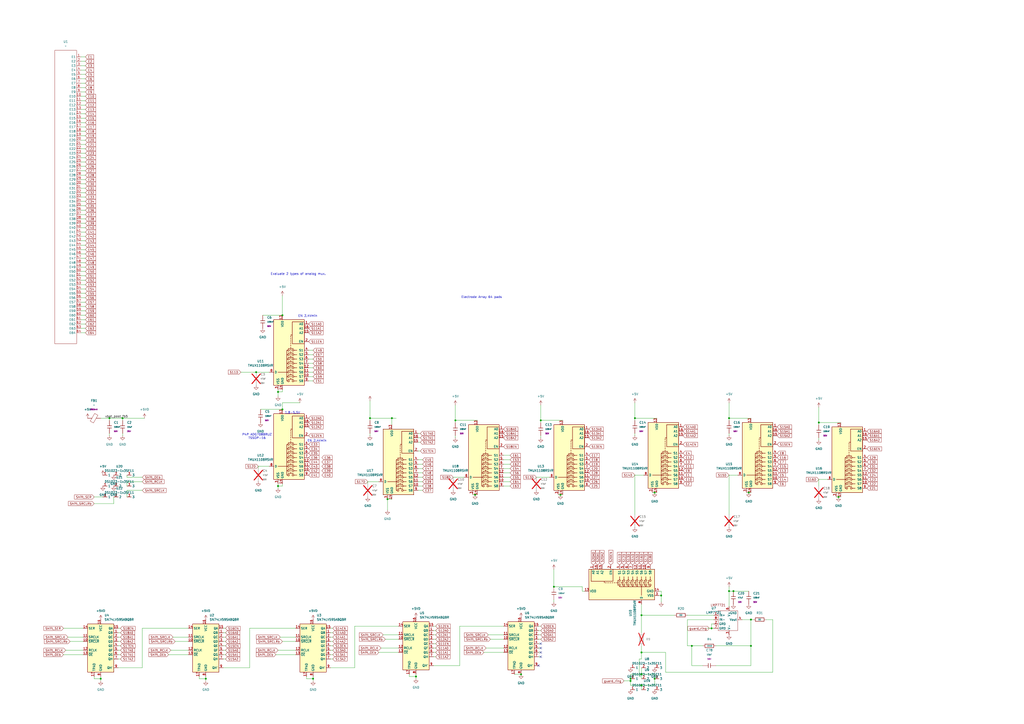
<source format=kicad_sch>
(kicad_sch (version 20250114) (generator "eeschema") (generator_version "9.0")
  (paper "A2")
  (text "P4P ADG708BRUZ\nTSSOP-16\n" (at 149.098 253.238 0) (effects (font (size 1.27 1.27))))
  (text "EN 2.4Vmin" (at 178.562 183.388 0) (effects (font (size 1.27 1.27))))
  (text "1.8-5.5V" (at 169.672 239.522 0) (effects (font (size 1.27 1.27))))
  (text "Electrode Array 64 pads" (at 279.4 172.466 0) (effects (font (size 1.27 1.27))))
  (text "EN 2.4Vmin" (at 183.896 255.778 0) (effects (font (size 1.27 1.27))))
  (text "Evaluate 2 types of analog mux.\n" (at 172.974 159.004 0) (effects (font (size 1.27 1.27))))
  (junction (at 422.91 242.57))
  (junction (at 435.61 359.41))
  (junction (at 181.61 393.7))
  (junction (at 264.16 243.84))
  (junction (at 63.5 242.57))
  (junction (at 368.3 242.57))
  (junction (at 365.76 394.97))
  (junction (at 401.32 374.65))
  (junction (at 372.11 397.51))
  (junction (at 372.11 356.87))
  (junction (at 224.79 289.56))
  (junction (at 325.12 287.02))
  (junction (at 321.31 340.36))
  (junction (at 313.69 243.84))
  (junction (at 383.54 345.44))
  (junction (at 474.98 245.11))
  (junction (at 379.73 285.75))
  (junction (at 275.59 287.02))
  (junction (at 302.26 391.16))
  (junction (at 119.38 393.7))
  (junction (at 71.12 242.57))
  (junction (at 486.41 288.29))
  (junction (at 161.29 281.94))
  (junction (at 365.76 393.7))
  (junction (at 372.11 378.46))
  (junction (at 161.29 227.33))
  (junction (at 214.63 242.57))
  (junction (at 379.73 393.7))
  (junction (at 227.33 242.57))
  (junction (at 163.83 237.49))
  (junction (at 58.42 393.7))
  (junction (at 148.59 215.9))
  (junction (at 241.3 392.43))
  (junction (at 412.75 364.49))
  (junction (at 422.91 342.9))
  (junction (at 434.34 285.75))
  (junction (at 425.45 342.9))
  (junction (at 163.83 182.88))
  (junction (at 372.11 391.16))
  (junction (at 435.61 374.65))
  (no_connect (at 313.69 373.38))
  (no_connect (at 312.42 386.08))
  (no_connect (at 313.69 381))
  (no_connect (at 313.69 378.46))
  (no_connect (at 313.69 375.92))
  (wire (pts (xy 36.83 364.49) (xy 48.26 364.49)))
  (wire (pts (xy 422.91 340.36) (xy 422.91 342.9)))
  (wire (pts (xy 214.63 243.84) (xy 214.63 242.57)))
  (wire (pts (xy 365.76 391.16) (xy 365.76 393.7)))
  (wire (pts (xy 163.83 281.94) (xy 161.29 281.94)))
  (wire (pts (xy 49.53 170.18) (xy 46.99 170.18)))
  (wire (pts (xy 181.61 203.2) (xy 179.07 203.2)))
  (wire (pts (xy 163.83 233.68) (xy 173.99 233.68)))
  (wire (pts (xy 193.04 369.57) (xy 191.77 369.57)))
  (wire (pts (xy 242.57 284.48) (xy 245.11 284.48)))
  (wire (pts (xy 139.7 215.9) (xy 148.59 215.9)))
  (wire (pts (xy 49.53 48.26) (xy 46.99 48.26)))
  (wire (pts (xy 181.61 220.98) (xy 179.07 220.98)))
  (wire (pts (xy 193.04 382.27) (xy 191.77 382.27)))
  (wire (pts (xy 313.69 381) (xy 312.42 381)))
  (wire (pts (xy 161.29 281.94) (xy 161.29 283.21)))
  (wire (pts (xy 54.61 393.7) (xy 58.42 393.7)))
  (wire (pts (xy 181.61 205.74) (xy 179.07 205.74)))
  (wire (pts (xy 448.31 389.89) (xy 386.08 389.89)))
  (wire (pts (xy 73.66 279.4) (xy 73.66 281.94)))
  (wire (pts (xy 213.36 279.4) (xy 219.71 279.4)))
  (wire (pts (xy 223.52 370.84) (xy 231.14 370.84)))
  (wire (pts (xy 368.3 275.59) (xy 373.38 275.59)))
  (wire (pts (xy 100.33 369.57) (xy 109.22 369.57)))
  (wire (pts (xy 49.53 132.08) (xy 46.99 132.08)))
  (wire (pts (xy 49.53 81.28) (xy 46.99 81.28)))
  (wire (pts (xy 82.55 364.49) (xy 109.22 364.49)))
  (wire (pts (xy 372.11 374.65) (xy 372.11 378.46)))
  (wire (pts (xy 161.29 226.06) (xy 161.29 227.33)))
  (wire (pts (xy 49.53 106.68) (xy 46.99 106.68)))
  (wire (pts (xy 252.73 363.22) (xy 251.46 363.22)))
  (wire (pts (xy 378.46 285.75) (xy 379.73 285.75)))
  (wire (pts (xy 213.36 280.67) (xy 213.36 279.4)))
  (wire (pts (xy 398.78 359.41) (xy 414.02 359.41)))
  (wire (pts (xy 49.53 63.5) (xy 46.99 63.5)))
  (wire (pts (xy 163.83 372.11) (xy 171.45 372.11)))
  (wire (pts (xy 337.82 342.9) (xy 337.82 340.36)))
  (wire (pts (xy 382.27 345.44) (xy 383.54 345.44)))
  (wire (pts (xy 386.08 389.89) (xy 386.08 378.46)))
  (wire (pts (xy 220.98 375.92) (xy 231.14 375.92)))
  (wire (pts (xy 444.5 359.41) (xy 448.31 359.41)))
  (wire (pts (xy 130.81 369.57) (xy 129.54 369.57)))
  (wire (pts (xy 275.59 287.02) (xy 276.86 287.02)))
  (wire (pts (xy 151.13 237.49) (xy 163.83 237.49)))
  (wire (pts (xy 160.02 379.73) (xy 171.45 379.73)))
  (wire (pts (xy 73.66 276.86) (xy 73.66 275.59)))
  (wire (pts (xy 193.04 364.49) (xy 191.77 364.49)))
  (wire (pts (xy 71.12 242.57) (xy 83.82 242.57)))
  (wire (pts (xy 372.11 400.05) (xy 372.11 397.51)))
  (wire (pts (xy 193.04 374.65) (xy 191.77 374.65)))
  (wire (pts (xy 181.61 213.36) (xy 179.07 213.36)))
  (wire (pts (xy 161.29 280.67) (xy 161.29 281.94)))
  (wire (pts (xy 49.53 134.62) (xy 46.99 134.62)))
  (wire (pts (xy 152.4 182.88) (xy 163.83 182.88)))
  (wire (pts (xy 372.11 387.35) (xy 372.11 391.16)))
  (wire (pts (xy 311.15 276.86) (xy 318.77 276.86)))
  (wire (pts (xy 49.53 78.74) (xy 46.99 78.74)))
  (wire (pts (xy 381 242.57) (xy 368.3 242.57)))
  (wire (pts (xy 49.53 152.4) (xy 46.99 152.4)))
  (wire (pts (xy 69.85 374.65) (xy 68.58 374.65)))
  (wire (pts (xy 326.39 243.84) (xy 313.69 243.84)))
  (wire (pts (xy 474.98 236.22) (xy 474.98 245.11)))
  (wire (pts (xy 49.53 175.26) (xy 46.99 175.26)))
  (wire (pts (xy 252.73 368.3) (xy 251.46 368.3)))
  (wire (pts (xy 163.83 226.06) (xy 163.83 227.33)))
  (wire (pts (xy 97.79 379.73) (xy 109.22 379.73)))
  (wire (pts (xy 58.42 394.97) (xy 58.42 393.7)))
  (wire (pts (xy 49.53 111.76) (xy 46.99 111.76)))
  (wire (pts (xy 372.11 378.46) (xy 372.11 382.27)))
  (wire (pts (xy 435.61 386.08) (xy 435.61 374.65)))
  (wire (pts (xy 49.53 101.6) (xy 46.99 101.6)))
  (wire (pts (xy 242.57 269.24) (xy 245.11 269.24)))
  (wire (pts (xy 242.57 266.7) (xy 245.11 266.7)))
  (wire (pts (xy 252.73 381) (xy 251.46 381)))
  (wire (pts (xy 63.5 242.57) (xy 63.5 243.84)))
  (wire (pts (xy 415.29 374.65) (xy 435.61 374.65)))
  (wire (pts (xy 49.53 91.44) (xy 46.99 91.44)))
  (wire (pts (xy 49.53 93.98) (xy 46.99 93.98)))
  (wire (pts (xy 422.91 342.9) (xy 422.91 351.79)))
  (wire (pts (xy 372.11 397.51) (xy 379.73 397.51)))
  (wire (pts (xy 435.61 359.41) (xy 430.53 359.41)))
  (wire (pts (xy 313.69 375.92) (xy 312.42 375.92)))
  (wire (pts (xy 361.95 394.97) (xy 365.76 394.97)))
  (wire (pts (xy 69.85 382.27) (xy 68.58 382.27)))
  (wire (pts (xy 49.53 162.56) (xy 46.99 162.56)))
  (wire (pts (xy 130.81 372.11) (xy 129.54 372.11)))
  (wire (pts (xy 252.73 375.92) (xy 251.46 375.92)))
  (wire (pts (xy 412.75 361.95) (xy 412.75 364.49)))
  (wire (pts (xy 58.42 242.57) (xy 63.5 242.57)))
  (wire (pts (xy 266.7 386.08) (xy 251.46 386.08)))
  (wire (pts (xy 49.53 187.96) (xy 46.99 187.96)))
  (wire (pts (xy 425.45 342.9) (xy 434.34 342.9)))
  (wire (pts (xy 163.83 171.45) (xy 163.83 182.88)))
  (wire (pts (xy 181.61 208.28) (xy 179.07 208.28)))
  (wire (pts (xy 82.55 276.86) (xy 73.66 276.86)))
  (wire (pts (xy 243.84 254) (xy 242.57 254)))
  (wire (pts (xy 252.73 378.46) (xy 251.46 378.46)))
  (wire (pts (xy 295.91 281.94) (xy 292.1 281.94)))
  (wire (pts (xy 181.61 215.9) (xy 179.07 215.9)))
  (wire (pts (xy 422.91 233.68) (xy 422.91 242.57)))
  (wire (pts (xy 292.1 271.78) (xy 295.91 271.78)))
  (wire (pts (xy 292.1 276.86) (xy 295.91 276.86)))
  (wire (pts (xy 163.83 233.68) (xy 163.83 237.49)))
  (wire (pts (xy 298.45 391.16) (xy 302.26 391.16)))
  (wire (pts (xy 71.12 251.46) (xy 71.12 252.73)))
  (wire (pts (xy 49.53 38.1) (xy 46.99 38.1)))
  (wire (pts (xy 398.78 356.87) (xy 414.02 356.87)))
  (wire (pts (xy 292.1 274.32) (xy 295.91 274.32)))
  (wire (pts (xy 177.8 393.7) (xy 181.61 393.7)))
  (wire (pts (xy 181.61 393.7) (xy 181.61 392.43)))
  (wire (pts (xy 71.12 243.84) (xy 71.12 242.57)))
  (wire (pts (xy 49.53 139.7) (xy 46.99 139.7)))
  (wire (pts (xy 412.75 364.49) (xy 414.02 364.49)))
  (wire (pts (xy 227.33 242.57) (xy 229.87 242.57)))
  (wire (pts (xy 281.94 375.92) (xy 292.1 375.92)))
  (wire (pts (xy 227.33 242.57) (xy 227.33 246.38)))
  (wire (pts (xy 38.1 377.19) (xy 48.26 377.19)))
  (wire (pts (xy 193.04 372.11) (xy 191.77 372.11)))
  (wire (pts (xy 49.53 137.16) (xy 46.99 137.16)))
  (wire (pts (xy 274.32 287.02) (xy 275.59 287.02)))
  (wire (pts (xy 243.84 251.46) (xy 242.57 251.46)))
  (wire (pts (xy 193.04 377.19) (xy 191.77 377.19)))
  (wire (pts (xy 49.53 55.88) (xy 46.99 55.88)))
  (wire (pts (xy 181.61 218.44) (xy 179.07 218.44)))
  (wire (pts (xy 214.63 242.57) (xy 227.33 242.57)))
  (wire (pts (xy 401.32 374.65) (xy 407.67 374.65)))
  (wire (pts (xy 49.53 182.88) (xy 46.99 182.88)))
  (wire (pts (xy 148.59 215.9) (xy 156.21 215.9)))
  (wire (pts (xy 163.83 280.67) (xy 163.83 281.94)))
  (wire (pts (xy 448.31 359.41) (xy 448.31 389.89)))
  (wire (pts (xy 365.76 394.97) (xy 365.76 397.51)))
  (wire (pts (xy 222.25 368.3) (xy 231.14 368.3)))
  (wire (pts (xy 486.41 288.29) (xy 487.68 288.29)))
  (wire (pts (xy 49.53 114.3) (xy 46.99 114.3)))
  (wire (pts (xy 49.53 116.84) (xy 46.99 116.84)))
  (wire (pts (xy 474.98 255.27) (xy 474.98 254)))
  (wire (pts (xy 401.32 386.08) (xy 401.32 374.65)))
  (wire (pts (xy 130.81 382.27) (xy 129.54 382.27)))
  (wire (pts (xy 264.16 234.95) (xy 264.16 243.84)))
  (wire (pts (xy 383.54 345.44) (xy 383.54 349.25)))
  (wire (pts (xy 237.49 391.16) (xy 237.49 392.43)))
  (wire (pts (xy 49.53 160.02) (xy 46.99 160.02)))
  (wire (pts (xy 474.98 278.13) (xy 480.06 278.13)))
  (wire (pts (xy 241.3 393.7) (xy 241.3 392.43)))
  (wire (pts (xy 365.76 391.16) (xy 372.11 391.16)))
  (wire (pts (xy 49.53 172.72) (xy 46.99 172.72)))
  (wire (pts (xy 266.7 363.22) (xy 266.7 386.08)))
  (wire (pts (xy 177.8 392.43) (xy 177.8 393.7)))
  (wire (pts (xy 292.1 363.22) (xy 266.7 363.22)))
  (wire (pts (xy 292.1 264.16) (xy 295.91 264.16)))
  (wire (pts (xy 214.63 232.41) (xy 214.63 242.57)))
  (wire (pts (xy 243.84 261.62) (xy 242.57 261.62)))
  (wire (pts (xy 365.76 397.51) (xy 372.11 397.51)))
  (wire (pts (xy 474.98 245.11) (xy 474.98 246.38)))
  (wire (pts (xy 193.04 367.03) (xy 191.77 367.03)))
  (wire (pts (xy 49.53 119.38) (xy 46.99 119.38)))
  (wire (pts (xy 372.11 356.87) (xy 372.11 367.03)))
  (wire (pts (xy 49.53 53.34) (xy 46.99 53.34)))
  (wire (pts (xy 422.91 242.57) (xy 422.91 243.84)))
  (wire (pts (xy 383.54 342.9) (xy 383.54 345.44)))
  (wire (pts (xy 434.34 285.75) (xy 435.61 285.75)))
  (wire (pts (xy 237.49 392.43) (xy 241.3 392.43)))
  (wire (pts (xy 264.16 243.84) (xy 264.16 245.11)))
  (wire (pts (xy 365.76 393.7) (xy 365.76 394.97)))
  (wire (pts (xy 40.64 372.11) (xy 48.26 372.11)))
  (wire (pts (xy 69.85 364.49) (xy 68.58 364.49)))
  (wire (pts (xy 49.53 180.34) (xy 46.99 180.34)))
  (wire (pts (xy 49.53 96.52) (xy 46.99 96.52)))
  (wire (pts (xy 82.55 279.4) (xy 73.66 279.4)))
  (wire (pts (xy 68.58 387.35) (xy 82.55 387.35)))
  (wire (pts (xy 69.85 372.11) (xy 68.58 372.11)))
  (wire (pts (xy 368.3 275.59) (xy 368.3 298.45)))
  (wire (pts (xy 414.02 361.95) (xy 412.75 361.95)))
  (wire (pts (xy 49.53 68.58) (xy 46.99 68.58)))
  (wire (pts (xy 292.1 269.24) (xy 295.91 269.24)))
  (wire (pts (xy 262.89 276.86) (xy 269.24 276.86)))
  (wire (pts (xy 379.73 391.16) (xy 372.11 391.16)))
  (wire (pts (xy 379.73 391.16) (xy 379.73 393.7)))
  (wire (pts (xy 224.79 289.56) (xy 227.33 289.56)))
  (wire (pts (xy 163.83 227.33) (xy 161.29 227.33)))
  (wire (pts (xy 241.3 392.43) (xy 241.3 391.16)))
  (wire (pts (xy 313.69 363.22) (xy 312.42 363.22)))
  (wire (pts (xy 422.91 275.59) (xy 422.91 298.45)))
  (wire (pts (xy 283.21 368.3) (xy 292.1 368.3)))
  (wire (pts (xy 313.69 254) (xy 313.69 252.73)))
  (wire (pts (xy 130.81 374.65) (xy 129.54 374.65)))
  (wire (pts (xy 49.53 142.24) (xy 46.99 142.24)))
  (wire (pts (xy 54.61 288.29) (xy 59.69 288.29)))
  (wire (pts (xy 252.73 365.76) (xy 251.46 365.76)))
  (wire (pts (xy 49.53 43.18) (xy 46.99 43.18)))
  (wire (pts (xy 49.53 154.94) (xy 46.99 154.94)))
  (wire (pts (xy 49.53 147.32) (xy 46.99 147.32)))
  (wire (pts (xy 161.29 227.33) (xy 161.29 229.87)))
  (wire (pts (xy 82.55 284.48) (xy 73.66 284.48)))
  (wire (pts (xy 252.73 373.38) (xy 251.46 373.38)))
  (wire (pts (xy 407.67 386.08) (xy 401.32 386.08)))
  (wire (pts (xy 49.53 88.9) (xy 46.99 88.9)))
  (wire (pts (xy 252.73 370.84) (xy 251.46 370.84)))
  (wire (pts (xy 242.57 279.4) (xy 245.11 279.4)))
  (wire (pts (xy 370.84 392.43) (xy 372.11 392.43)))
  (wire (pts (xy 372.11 382.27) (xy 370.84 382.27)))
  (wire (pts (xy 49.53 71.12) (xy 46.99 71.12)))
  (wire (pts (xy 49.53 121.92) (xy 46.99 121.92)))
  (wire (pts (xy 49.53 40.64) (xy 46.99 40.64)))
  (wire (pts (xy 49.53 109.22) (xy 46.99 109.22)))
  (wire (pts (xy 69.85 379.73) (xy 68.58 379.73)))
  (wire (pts (xy 214.63 252.73) (xy 214.63 251.46)))
  (wire (pts (xy 435.61 242.57) (xy 422.91 242.57)))
  (wire (pts (xy 398.78 374.65) (xy 401.32 374.65)))
  (wire (pts (xy 231.14 363.22) (xy 205.74 363.22)))
  (wire (pts (xy 49.53 86.36) (xy 46.99 86.36)))
  (wire (pts (xy 372.11 350.52) (xy 372.11 356.87)))
  (wire (pts (xy 63.5 252.73) (xy 63.5 251.46)))
  (wire (pts (xy 49.53 83.82) (xy 46.99 83.82)))
  (wire (pts (xy 49.53 104.14) (xy 46.99 104.14)))
  (wire (pts (xy 49.53 157.48) (xy 46.99 157.48)))
  (wire (pts (xy 313.69 243.84) (xy 313.69 245.11)))
  (wire (pts (xy 49.53 165.1) (xy 46.99 165.1)))
  (wire (pts (xy 49.53 73.66) (xy 46.99 73.66)))
  (wire (pts (xy 69.85 377.19) (xy 68.58 377.19)))
  (wire (pts (xy 49.53 50.8) (xy 46.99 50.8)))
  (wire (pts (xy 54.61 392.43) (xy 54.61 393.7)))
  (wire (pts (xy 337.82 340.36) (xy 321.31 340.36)))
  (wire (pts (xy 276.86 243.84) (xy 264.16 243.84)))
  (wire (pts (xy 242.57 281.94) (xy 245.11 281.94)))
  (wire (pts (xy 325.12 287.02) (xy 326.39 287.02)))
  (wire (pts (xy 69.85 367.03) (xy 68.58 367.03)))
  (wire (pts (xy 398.78 359.41) (xy 398.78 374.65)))
  (wire (pts (xy 49.53 99.06) (xy 46.99 99.06)))
  (wire (pts (xy 115.57 392.43) (xy 115.57 393.7)))
  (wire (pts (xy 205.74 387.35) (xy 191.77 387.35)))
  (wire (pts (xy 181.61 210.82) (xy 179.07 210.82)))
  (wire (pts (xy 119.38 392.43) (xy 119.38 393.7)))
  (wire (pts (xy 82.55 387.35) (xy 82.55 364.49)))
  (wire (pts (xy 313.69 378.46) (xy 312.42 378.46)))
  (wire (pts (xy 224.79 289.56) (xy 224.79 295.91)))
  (wire (pts (xy 337.82 342.9) (xy 339.09 342.9)))
  (wire (pts (xy 474.98 281.94) (xy 474.98 278.13)))
  (wire (pts (xy 149.86 270.51) (xy 156.21 270.51)))
  (wire (pts (xy 49.53 144.78) (xy 46.99 144.78)))
  (wire (pts (xy 58.42 393.7) (xy 58.42 392.43)))
  (wire (pts (xy 101.6 372.11) (xy 109.22 372.11)))
  (wire (pts (xy 292.1 266.7) (xy 295.91 266.7)))
  (wire (pts (xy 386.08 378.46) (xy 372.11 378.46)))
  (wire (pts (xy 49.53 127) (xy 46.99 127)))
  (wire (pts (xy 219.71 378.46) (xy 231.14 378.46)))
  (wire (pts (xy 382.27 342.9) (xy 383.54 342.9)))
  (wire (pts (xy 69.85 369.57) (xy 68.58 369.57)))
  (wire (pts (xy 485.14 288.29) (xy 486.41 288.29)))
  (wire (pts (xy 242.57 271.78) (xy 245.11 271.78)))
  (wire (pts (xy 144.78 387.35) (xy 144.78 364.49)))
  (wire (pts (xy 71.12 242.57) (xy 63.5 242.57)))
  (wire (pts (xy 130.81 377.19) (xy 129.54 377.19)))
  (wire (pts (xy 313.69 373.38) (xy 312.42 373.38)))
  (wire (pts (xy 119.38 393.7) (xy 119.38 394.97)))
  (wire (pts (xy 130.81 379.73) (xy 129.54 379.73)))
  (wire (pts (xy 435.61 359.41) (xy 436.88 359.41)))
  (wire (pts (xy 321.31 349.25) (xy 321.31 347.98)))
  (wire (pts (xy 49.53 76.2) (xy 46.99 76.2)))
  (wire (pts (xy 372.11 392.43) (xy 372.11 393.7)))
  (wire (pts (xy 49.53 185.42) (xy 46.99 185.42)))
  (wire (pts (xy 410.21 364.49) (xy 412.75 364.49)))
  (wire (pts (xy 264.16 254) (xy 264.16 252.73)))
  (wire (pts (xy 368.3 242.57) (xy 368.3 243.84)))
  (wire (pts (xy 243.84 256.54) (xy 242.57 256.54)))
  (wire (pts (xy 435.61 374.65) (xy 435.61 359.41)))
  (wire (pts (xy 49.53 129.54) (xy 46.99 129.54)))
  (wire (pts (xy 284.48 370.84) (xy 292.1 370.84)))
  (wire (pts (xy 99.06 377.19) (xy 109.22 377.19)))
  (wire (pts (xy 49.53 177.8) (xy 46.99 177.8)))
  (wire (pts (xy 130.81 364.49) (xy 129.54 364.49)))
  (wire (pts (xy 295.91 279.4) (xy 292.1 279.4)))
  (wire (pts (xy 162.56 369.57) (xy 171.45 369.57)))
  (wire (pts (xy 422.91 252.73) (xy 422.91 251.46)))
  (wire (pts (xy 372.11 356.87) (xy 391.16 356.87)))
  (wire (pts (xy 49.53 167.64) (xy 46.99 167.64)))
  (wire (pts (xy 49.53 193.04) (xy 46.99 193.04)))
  (wire (pts (xy 49.53 190.5) (xy 46.99 190.5)))
  (wire (pts (xy 205.74 363.22) (xy 205.74 387.35)))
  (wire (pts (xy 321.31 330.2) (xy 321.31 340.36)))
  (wire (pts (xy 49.53 35.56) (xy 46.99 35.56)))
  (wire (pts (xy 49.53 60.96) (xy 46.99 60.96)))
  (wire (pts (xy 49.53 45.72) (xy 46.99 45.72)))
  (wire (pts (xy 144.78 364.49) (xy 171.45 364.49)))
  (wire (pts (xy 368.3 233.68) (xy 368.3 242.57)))
  (wire (pts (xy 49.53 124.46) (xy 46.99 124.46)))
  (wire (pts (xy 193.04 379.73) (xy 191.77 379.73)))
  (wire (pts (xy 313.69 365.76) (xy 312.42 365.76)))
  (wire (pts (xy 313.69 370.84) (xy 312.42 370.84)))
  (wire (pts (xy 130.81 367.03) (xy 129.54 367.03)))
  (wire (pts (xy 54.61 292.1) (xy 66.04 292.1)))
  (wire (pts (xy 73.66 284.48) (xy 73.66 288.29)))
  (wire (pts (xy 49.53 58.42) (xy 46.99 58.42)))
  (wire (pts (xy 49.53 33.02) (xy 46.99 33.02)))
  (wire (pts (xy 115.57 393.7) (xy 119.38 393.7)))
  (wire (pts (xy 149.86 271.78) (xy 149.86 270.51)))
  (wire (pts (xy 422.91 342.9) (xy 425.45 342.9)))
  (wire (pts (xy 379.73 285.75) (xy 381 285.75)))
  (wire (pts (xy 487.68 245.11) (xy 474.98 245.11)))
  (wire (pts (xy 280.67 378.46) (xy 292.1 378.46)))
  (wire (pts (xy 66.04 292.1) (xy 66.04 288.29)))
  (wire (pts (xy 49.53 149.86) (xy 46.99 149.86)))
  (wire (pts (xy 370.84 382.27) (xy 370.84 392.43)))
  (wire (pts (xy 415.29 386.08) (xy 435.61 386.08)))
  (wire (pts (xy 368.3 252.73) (xy 368.3 251.46)))
  (wire (pts (xy 36.83 379.73) (xy 48.26 379.73)))
  (wire (pts (xy 313.69 234.95) (xy 313.69 243.84)))
  (wire (pts (xy 49.53 66.04) (xy 46.99 66.04)))
  (wire (pts (xy 129.54 387.35) (xy 144.78 387.35)))
  (wire (pts (xy 323.85 287.02) (xy 325.12 287.02)))
  (wire (pts (xy 422.91 275.59) (xy 427.99 275.59)))
  (wire (pts (xy 313.69 368.3) (xy 312.42 368.3)))
  (wire (pts (xy 242.57 276.86) (xy 245.11 276.86)))
  (wire (pts (xy 433.07 285.75) (xy 434.34 285.75)))
  (wire (pts (xy 181.61 394.97) (xy 181.61 393.7)))
  (wire (pts (xy 39.37 369.57) (xy 48.26 369.57)))
  (wire (pts (xy 379.73 393.7) (xy 379.73 397.51)))
  (wire (pts (xy 161.29 377.19) (xy 171.45 377.19)))
  (wire (pts (xy 242.57 274.32) (xy 245.11 274.32)))
  (label "vbat_post_fb5" (at 60.96 242.57 0))
  (global_label "S17A0" (shape input) (at 69.85 377.19 0) (property "Intersheetrefs" "${INTERSHEET_REFS}" (effects (hide yes))))
  (global_label "Shift_RCLK" (shape input) (at 82.55 279.4 0) (property "Intersheetrefs" "${INTERSHEET_REFS}" (effects (hide yes))))
  (global_label "E35" (shape input) (at 179.07 262.89 0) (property "Intersheetrefs" "${INTERSHEET_REFS}" (effects (hide yes))))
  (global_label "E2" (shape input) (at 49.53 35.56 0) (property "Intersheetrefs" "${INTERSHEET_REFS}" (effects (hide yes))))
  (global_label "Shift_SRCLK" (shape input) (at 82.55 284.48 0) (property "Intersheetrefs" "${INTERSHEET_REFS}" (effects (hide yes))))
  (global_label "Shift_OEb" (shape input) (at 82.55 276.86 0) (property "Intersheetrefs" "${INTERSHEET_REFS}" (effects (hide yes))))
  (global_label "S20A1" (shape input) (at 346.71 327.66 90) (property "Intersheetrefs" "${INTERSHEET_REFS}" (effects (hide yes))))
  (global_label "E38" (shape input) (at 245.11 281.94 0) (property "Intersheetrefs" "${INTERSHEET_REFS}" (effects (hide yes))))
  (global_label "E31" (shape input) (at 49.53 109.22 0) (property "Intersheetrefs" "${INTERSHEET_REFS}" (effects (hide yes))))
  (global_label "E1" (shape input) (at 49.53 33.02 0) (property "Intersheetrefs" "${INTERSHEET_REFS}" (effects (hide yes))))
  (global_label "S13A0" (shape input) (at 193.04 377.19 0) (property "Intersheetrefs" "${INTERSHEET_REFS}" (effects (hide yes))))
  (global_label "S11EN" (shape input) (at 252.73 373.38 0) (property "Intersheetrefs" "${INTERSHEET_REFS}" (effects (hide yes))))
  (global_label "E38" (shape input) (at 186.69 270.51 0) (property "Intersheetrefs" "${INTERSHEET_REFS}" (effects (hide yes))))
  (global_label "S16D" (shape input) (at 372.11 327.66 90) (property "Intersheetrefs" "${INTERSHEET_REFS}" (effects (hide yes))))
  (global_label "S14EN" (shape input) (at 193.04 364.49 0) (property "Intersheetrefs" "${INTERSHEET_REFS}" (effects (hide yes))))
  (global_label "E46" (shape input) (at 49.53 147.32 0) (property "Intersheetrefs" "${INTERSHEET_REFS}" (effects (hide yes))))
  (global_label "E30" (shape input) (at 502.92 267.97 0) (property "Intersheetrefs" "${INTERSHEET_REFS}" (effects (hide yes))))
  (global_label "E12" (shape input) (at 396.24 265.43 0) (property "Intersheetrefs" "${INTERSHEET_REFS}" (effects (hide yes))))
  (global_label "E17" (shape input) (at 49.53 73.66 0) (property "Intersheetrefs" "${INTERSHEET_REFS}" (effects (hide yes))))
  (global_label "E37" (shape input) (at 49.53 124.46 0) (property "Intersheetrefs" "${INTERSHEET_REFS}" (effects (hide yes))))
  (global_label "E43" (shape input) (at 49.53 139.7 0) (property "Intersheetrefs" "${INTERSHEET_REFS}" (effects (hide yes))))
  (global_label "E58" (shape input) (at 49.53 177.8 0) (property "Intersheetrefs" "${INTERSHEET_REFS}" (effects (hide yes))))
  (global_label "S16A2" (shape input) (at 502.92 255.27 0) (property "Intersheetrefs" "${INTERSHEET_REFS}" (effects (hide yes))))
  (global_label "Shift_RCLK" (shape input) (at 281.94 375.92 180) (property "Intersheetrefs" "${INTERSHEET_REFS}" (effects (hide yes))))
  (global_label "E42" (shape input) (at 49.53 137.16 0) (property "Intersheetrefs" "${INTERSHEET_REFS}" (effects (hide yes))))
  (global_label "E5" (shape input) (at 49.53 43.18 0) (property "Intersheetrefs" "${INTERSHEET_REFS}" (effects (hide yes))))
  (global_label "S12A2" (shape input) (at 252.73 370.84 0) (property "Intersheetrefs" "${INTERSHEET_REFS}" (effects (hide yes))))
  (global_label "S12D" (shape input) (at 361.95 327.66 90) (property "Intersheetrefs" "${INTERSHEET_REFS}" (effects (hide yes))))
  (global_label "E15" (shape input) (at 450.85 270.51 0) (property "Intersheetrefs" "${INTERSHEET_REFS}" (effects (hide yes))))
  (global_label "S11A2" (shape input) (at 252.73 381 0) (property "Intersheetrefs" "${INTERSHEET_REFS}" (effects (hide yes))))
  (global_label "E10" (shape input) (at 49.53 55.88 0) (property "Intersheetrefs" "${INTERSHEET_REFS}" (effects (hide yes))))
  (global_label "E22" (shape input) (at 49.53 86.36 0) (property "Intersheetrefs" "${INTERSHEET_REFS}" (effects (hide yes))))
  (global_label "E64" (shape input) (at 49.53 193.04 0) (property "Intersheetrefs" "${INTERSHEET_REFS}" (effects (hide yes))))
  (global_label "E50" (shape input) (at 49.53 157.48 0) (property "Intersheetrefs" "${INTERSHEET_REFS}" (effects (hide yes))))
  (global_label "S15D" (shape input) (at 422.91 275.59 180) (property "Intersheetrefs" "${INTERSHEET_REFS}" (effects (hide yes))))
  (global_label "E14" (shape input) (at 450.85 278.13 0) (property "Intersheetrefs" "${INTERSHEET_REFS}" (effects (hide yes))))
  (global_label "E33" (shape input) (at 49.53 114.3 0) (property "Intersheetrefs" "${INTERSHEET_REFS}" (effects (hide yes))))
  (global_label "E10" (shape input) (at 396.24 278.13 0) (property "Intersheetrefs" "${INTERSHEET_REFS}" (effects (hide yes))))
  (global_label "S14A1" (shape input) (at 193.04 369.57 0) (property "Intersheetrefs" "${INTERSHEET_REFS}" (effects (hide yes))))
  (global_label "E62" (shape input) (at 295.91 269.24 0) (property "Intersheetrefs" "${INTERSHEET_REFS}" (effects (hide yes))))
  (global_label "Shift_SER" (shape input) (at 54.61 288.29 180) (property "Intersheetrefs" "${INTERSHEET_REFS}" (effects (hide yes))))
  (global_label "E34" (shape input) (at 179.07 260.35 0) (property "Intersheetrefs" "${INTERSHEET_REFS}" (effects (hide yes))))
  (global_label "S14A1" (shape input) (at 396.24 250.19 0) (property "Intersheetrefs" "${INTERSHEET_REFS}" (effects (hide yes))))
  (global_label "E43" (shape input) (at 179.07 270.51 0) (property "Intersheetrefs" "${INTERSHEET_REFS}" (effects (hide yes))))
  (global_label "E52" (shape input) (at 49.53 162.56 0) (property "Intersheetrefs" "${INTERSHEET_REFS}" (effects (hide yes))))
  (global_label "E19" (shape input) (at 341.63 269.24 0) (property "Intersheetrefs" "${INTERSHEET_REFS}" (effects (hide yes))))
  (global_label "S13A2" (shape input) (at 341.63 254 0) (property "Intersheetrefs" "${INTERSHEET_REFS}" (effects (hide yes))))
  (global_label "E41" (shape input) (at 49.53 134.62 0) (property "Intersheetrefs" "${INTERSHEET_REFS}" (effects (hide yes))))
  (global_label "S17A2" (shape input) (at 69.85 382.27 0) (property "Intersheetrefs" "${INTERSHEET_REFS}" (effects (hide yes))))
  (global_label "E63" (shape input) (at 295.91 281.94 0) (property "Intersheetrefs" "${INTERSHEET_REFS}" (effects (hide yes))))
  (global_label "S16A0" (shape input) (at 130.81 367.03 0) (property "Intersheetrefs" "${INTERSHEET_REFS}" (effects (hide yes))))
  (global_label "S16EN" (shape input) (at 502.92 260.35 0) (property "Intersheetrefs" "${INTERSHEET_REFS}" (effects (hide yes))))
  (global_label "E46" (shape input) (at 245.11 269.24 0) (property "Intersheetrefs" "${INTERSHEET_REFS}" (effects (hide yes))))
  (global_label "E64" (shape input) (at 295.91 279.4 0) (property "Intersheetrefs" "${INTERSHEET_REFS}" (effects (hide yes))))
  (global_label "S17D" (shape input) (at 374.65 327.66 90) (property "Intersheetrefs" "${INTERSHEET_REFS}" (effects (hide yes))))
  (global_label "E42" (shape input) (at 179.07 273.05 0) (property "Intersheetrefs" "${INTERSHEET_REFS}" (effects (hide yes))))
  (global_label "S13D" (shape input) (at 364.49 327.66 90) (property "Intersheetrefs" "${INTERSHEET_REFS}" (effects (hide yes))))
  (global_label "E54" (shape input) (at 49.53 167.64 0) (property "Intersheetrefs" "${INTERSHEET_REFS}" (effects (hide yes))))
  (global_label "S14A2" (shape input) (at 193.04 372.11 0) (property "Intersheetrefs" "${INTERSHEET_REFS}" (effects (hide yes))))
  (global_label "E17" (shape input) (at 341.63 264.16 0) (property "Intersheetrefs" "${INTERSHEET_REFS}" (effects (hide yes))))
  (global_label "S11A2" (shape input) (at 179.07 193.04 0) (property "Intersheetrefs" "${INTERSHEET_REFS}" (effects (hide yes))))
  (global_label "S11A1" (shape input) (at 179.07 190.5 0) (property "Intersheetrefs" "${INTERSHEET_REFS}" (effects (hide yes))))
  (global_label "E29" (shape input) (at 49.53 104.14 0) (property "Intersheetrefs" "${INTERSHEET_REFS}" (effects (hide yes))))
  (global_label "S14A0" (shape input) (at 396.24 247.65 0) (property "Intersheetrefs" "${INTERSHEET_REFS}" (effects (hide yes))))
  (global_label "E48" (shape input) (at 245.11 274.32 0) (property "Intersheetrefs" "${INTERSHEET_REFS}" (effects (hide yes))))
  (global_label "S14D" (shape input) (at 367.03 327.66 90) (property "Intersheetrefs" "${INTERSHEET_REFS}" (effects (hide yes))))
  (global_label "E37" (shape input) (at 186.69 267.97 0) (property "Intersheetrefs" "${INTERSHEET_REFS}" (effects (hide yes))))
  (global_label "S15A0" (shape input) (at 130.81 377.19 0) (property "Intersheetrefs" "${INTERSHEET_REFS}" (effects (hide yes))))
  (global_label "E49" (shape input) (at 49.53 154.94 0) (property "Intersheetrefs" "${INTERSHEET_REFS}" (effects (hide yes))))
  (global_label "E56" (shape input) (at 49.53 172.72 0) (property "Intersheetrefs" "${INTERSHEET_REFS}" (effects (hide yes))))
  (global_label "E26" (shape input) (at 49.53 96.52 0) (property "Intersheetrefs" "${INTERSHEET_REFS}" (effects (hide yes))))
  (global_label "Shift_SRCLRb" (shape input) (at 163.83 372.11 180) (property "Intersheetrefs" "${INTERSHEET_REFS}" (effects (hide yes))))
  (global_label "S17A2" (shape input) (at 243.84 256.54 0) (property "Intersheetrefs" "${INTERSHEET_REFS}" (effects (hide yes))))
  (global_label "S15EN" (shape input) (at 130.81 374.65 0) (property "Intersheetrefs" "${INTERSHEET_REFS}" (effects (hide yes))))
  (global_label "E39" (shape input) (at 245.11 279.4 0) (property "Intersheetrefs" "${INTERSHEET_REFS}" (effects (hide yes))))
  (global_label "E24" (shape input) (at 502.92 275.59 0) (property "Intersheetrefs" "${INTERSHEET_REFS}" (effects (hide yes))))
  (global_label "E48" (shape input) (at 49.53 152.4 0) (property "Intersheetrefs" "${INTERSHEET_REFS}" (effects (hide yes))))
  (global_label "E53" (shape input) (at 49.53 165.1 0) (property "Intersheetrefs" "${INTERSHEET_REFS}" (effects (hide yes))))
  (global_label "E57" (shape input) (at 49.53 175.26 0) (property "Intersheetrefs" "${INTERSHEET_REFS}" (effects (hide yes))))
  (global_label "Shift_SRCLRb" (shape input) (at 223.52 370.84 180) (property "Intersheetrefs" "${INTERSHEET_REFS}" (effects (hide yes))))
  (global_label "S18A2" (shape input) (at 292.1 254 0) (property "Intersheetrefs" "${INTERSHEET_REFS}" (effects (hide yes))))
  (global_label "S15A0" (shape input) (at 450.85 247.65 0) (property "Intersheetrefs" "${INTERSHEET_REFS}" (effects (hide yes))))
  (global_label "E30" (shape input) (at 49.53 106.68 0) (property "Intersheetrefs" "${INTERSHEET_REFS}" (effects (hide yes))))
  (global_label "S18A1" (shape input) (at 69.85 369.57 0) (property "Intersheetrefs" "${INTERSHEET_REFS}" (effects (hide yes))))
  (global_label "E1" (shape input) (at 396.24 275.59 0) (property "Intersheetrefs" "${INTERSHEET_REFS}" (effects (hide yes))))
  (global_label "guard_ring" (shape input) (at 361.95 394.97 180) (property "Intersheetrefs" "${INTERSHEET_REFS}" (effects (hide yes))))
  (global_label "E63" (shape input) (at 49.53 190.5 0) (property "Intersheetrefs" "${INTERSHEET_REFS}" (effects (hide yes))))
  (global_label "E18" (shape input) (at 341.63 266.7 0) (property "Intersheetrefs" "${INTERSHEET_REFS}" (effects (hide yes))))
  (global_label "E49" (shape input) (at 181.61 203.2 0) (property "Intersheetrefs" "${INTERSHEET_REFS}" (effects (hide yes))))
  (global_label "E4" (shape input) (at 49.53 40.64 0) (property "Intersheetrefs" "${INTERSHEET_REFS}" (effects (hide yes))))
  (global_label "S17EN" (shape input) (at 69.85 374.65 0) (property "Intersheetrefs" "${INTERSHEET_REFS}" (effects (hide yes))))
  (global_label "guard_ring" (shape input) (at 411.48 364.49 180) (property "Intersheetrefs" "${INTERSHEET_REFS}" (effects (hide yes))))
  (global_label "Shift_OEb" (shape input) (at 280.67 378.46 180) (property "Intersheetrefs" "${INTERSHEET_REFS}" (effects (hide yes))))
  (global_label "Shift_SRCLRb" (shape input) (at 101.6 372.11 180) (property "Intersheetrefs" "${INTERSHEET_REFS}" (effects (hide yes))))
  (global_label "E47" (shape input) (at 245.11 271.78 0) (property "Intersheetrefs" "${INTERSHEET_REFS}" (effects (hide yes))))
  (global_label "E23" (shape input) (at 502.92 278.13 0) (property "Intersheetrefs" "${INTERSHEET_REFS}" (effects (hide yes))))
  (global_label "E40" (shape input) (at 49.53 132.08 0) (property "Intersheetrefs" "${INTERSHEET_REFS}" (effects (hide yes))))
  (global_label "E55" (shape input) (at 295.91 276.86 0) (property "Intersheetrefs" "${INTERSHEET_REFS}" (effects (hide yes))))
  (global_label "S12A0" (shape input) (at 252.73 365.76 0) (property "Intersheetrefs" "${INTERSHEET_REFS}" (effects (hide yes))))
  (global_label "E34" (shape input) (at 49.53 116.84 0) (property "Intersheetrefs" "${INTERSHEET_REFS}" (effects (hide yes))))
  (global_label "E14" (shape input) (at 49.53 66.04 0) (property "Intersheetrefs" "${INTERSHEET_REFS}" (effects (hide yes))))
  (global_label "E21" (shape input) (at 502.92 283.21 0) (property "Intersheetrefs" "${INTERSHEET_REFS}" (effects (hide yes))))
  (global_label "E39" (shape input) (at 49.53 129.54 0) (property "Intersheetrefs" "${INTERSHEET_REFS}" (effects (hide yes))))
  (global_label "S11EN" (shape input) (at 179.07 198.12 0) (property "Intersheetrefs" "${INTERSHEET_REFS}" (effects (hide yes))))
  (global_label "S11A0" (shape input) (at 179.07 187.96 0) (property "Intersheetrefs" "${INTERSHEET_REFS}" (effects (hide yes))))
  (global_label "S14EN" (shape input) (at 396.24 257.81 0) (property "Intersheetrefs" "${INTERSHEET_REFS}" (effects (hide yes))))
  (global_label "S18A1" (shape input) (at 292.1 251.46 0) (property "Intersheetrefs" "${INTERSHEET_REFS}" (effects (hide yes))))
  (global_label "S12EN" (shape input) (at 179.07 252.73 0) (property "Intersheetrefs" "${INTERSHEET_REFS}" (effects (hide yes))))
  (global_label "S13D" (shape input) (at 311.15 276.86 180) (property "Intersheetrefs" "${INTERSHEET_REFS}" (effects (hide yes))))
  (global_label "E36" (shape input) (at 49.53 121.92 0) (property "Intersheetrefs" "${INTERSHEET_REFS}" (effects (hide yes))))
  (global_label "S13A1" (shape input) (at 341.63 251.46 0) (property "Intersheetrefs" "${INTERSHEET_REFS}" (effects (hide yes))))
  (global_label "E40" (shape input) (at 245.11 276.86 0) (property "Intersheetrefs" "${INTERSHEET_REFS}" (effects (hide yes))))
  (global_label "E35" (shape input) (at 49.53 119.38 0) (property "Intersheetrefs" "${INTERSHEET_REFS}" (effects (hide yes))))
  (global_label "E45" (shape input) (at 245.11 266.7 0) (property "Intersheetrefs" "${INTERSHEET_REFS}" (effects (hide yes))))
  (global_label "Shift_SRCLK" (shape input) (at 39.37 369.57 180) (property "Intersheetrefs" "${INTERSHEET_REFS}" (effects (hide yes))))
  (global_label "S18A0" (shape input) (at 69.85 367.03 0) (property "Intersheetrefs" "${INTERSHEET_REFS}" (effects (hide yes))))
  (global_label "S18A2" (shape input) (at 69.85 372.11 0) (property "Intersheetrefs" "${INTERSHEET_REFS}" (effects (hide yes))))
  (global_label "S18EN" (shape input) (at 292.1 259.08 0) (property "Intersheetrefs" "${INTERSHEET_REFS}" (effects (hide yes))))
  (global_label "E20" (shape input) (at 341.63 271.78 0) (property "Intersheetrefs" "${INTERSHEET_REFS}" (effects (hide yes))))
  (global_label "S11A1" (shape input) (at 252.73 378.46 0) (property "Intersheetrefs" "${INTERSHEET_REFS}" (effects (hide yes))))
  (global_label "S15A1" (shape input) (at 450.85 250.19 0) (property "Intersheetrefs" "${INTERSHEET_REFS}" (effects (hide yes))))
  (global_label "E51" (shape input) (at 49.53 160.02 0) (property "Intersheetrefs" "${INTERSHEET_REFS}" (effects (hide yes))))
  (global_label "Shift_SRCLRb" (shape input) (at 284.48 370.84 180) (property "Intersheetrefs" "${INTERSHEET_REFS}" (effects (hide yes))))
  (global_label "S17D" (shape input) (at 213.36 279.4 180) (property "Intersheetrefs" "${INTERSHEET_REFS}" (effects (hide yes))))
  (global_label "E3" (shape input) (at 396.24 267.97 0) (property "Intersheetrefs" "${INTERSHEET_REFS}" (effects (hide yes))))
  (global_label "E20" (shape input) (at 49.53 81.28 0) (property "Intersheetrefs" "${INTERSHEET_REFS}" (effects (hide yes))))
  (global_label "S12D" (shape input) (at 149.86 270.51 180) (property "Intersheetrefs" "${INTERSHEET_REFS}" (effects (hide yes))))
  (global_label "E45" (shape input) (at 49.53 144.78 0) (property "Intersheetrefs" "${INTERSHEET_REFS}" (effects (hide yes))))
  (global_label "Shift_SRCLK" (shape input) (at 283.21 368.3 180) (property "Intersheetrefs" "${INTERSHEET_REFS}" (effects (hide yes))))
  (global_label "E32" (shape input) (at 502.92 273.05 0) (property "Intersheetrefs" "${INTERSHEET_REFS}" (effects (hide yes))))
  (global_label "S13EN" (shape input) (at 341.63 259.08 0) (property "Intersheetrefs" "${INTERSHEET_REFS}" (effects (hide yes))))
  (global_label "E36" (shape input) (at 186.69 265.43 0) (property "Intersheetrefs" "${INTERSHEET_REFS}" (effects (hide yes))))
  (global_label "E6" (shape input) (at 49.53 45.72 0) (property "Intersheetrefs" "${INTERSHEET_REFS}" (effects (hide yes))))
  (global_label "E37" (shape input) (at 245.11 284.48 0) (property "Intersheetrefs" "${INTERSHEET_REFS}" (effects (hide yes))))
  (global_label "S16A0" (shape input) (at 502.92 250.19 0) (property "Intersheetrefs" "${INTERSHEET_REFS}" (effects (hide yes))))
  (global_label "E52" (shape input) (at 181.61 215.9 0) (property "Intersheetrefs" "${INTERSHEET_REFS}" (effects (hide yes))))
  (global_label "E15" (shape input) (at 49.53 68.58 0) (property "Intersheetrefs" "${INTERSHEET_REFS}" (effects (hide yes))))
  (global_label "E59" (shape input) (at 49.53 180.34 0) (property "Intersheetrefs" "${INTERSHEET_REFS}" (effects (hide yes))))
  (global_label "S13A0" (shape input) (at 341.63 248.92 0) (property "Intersheetrefs" "${INTERSHEET_REFS}" (effects (hide yes))))
  (global_label "S11D" (shape input) (at 139.7 215.9 180) (property "Intersheetrefs" "${INTERSHEET_REFS}" (effects (hide yes))))
  (global_label "E32" (shape input) (at 49.53 111.76 0) (property "Intersheetrefs" "${INTERSHEET_REFS}" (effects (hide yes))))
  (global_label "E9" (shape input) (at 396.24 273.05 0) (property "Intersheetrefs" "${INTERSHEET_REFS}" (effects (hide yes))))
  (global_label "S11D" (shape input) (at 359.41 327.66 90) (property "Intersheetrefs" "${INTERSHEET_REFS}" (effects (hide yes))))
  (global_label "E13" (shape input) (at 49.53 63.5 0) (property "Intersheetrefs" "${INTERSHEET_REFS}" (effects (hide yes))))
  (global_label "S20A0" (shape input) (at 313.69 365.76 0) (property "Intersheetrefs" "${INTERSHEET_REFS}" (effects (hide yes))))
  (global_label "E18" (shape input) (at 49.53 76.2 0) (property "Intersheetrefs" "${INTERSHEET_REFS}" (effects (hide yes))))
  (global_label "E61" (shape input) (at 49.53 185.42 0) (property "Intersheetrefs" "${INTERSHEET_REFS}" (effects (hide yes))))
  (global_label "E50" (shape input) (at 181.61 208.28 0) (property "Intersheetrefs" "${INTERSHEET_REFS}" (effects (hide yes))))
  (global_label "E57" (shape input) (at 181.61 205.74 0) (property "Intersheetrefs" "${INTERSHEET_REFS}" (effects (hide yes))))
  (global_label "S14D" (shape input) (at 368.3 275.59 180) (property "Intersheetrefs" "${INTERSHEET_REFS}" (effects (hide yes))))
  (global_label "S15A1" (shape input) (at 130.81 379.73 0) (property "Intersheetrefs" "${INTERSHEET_REFS}" (effects (hide yes))))
  (global_label "S16A1" (shape input) (at 502.92 252.73 0) (property "Intersheetrefs" "${INTERSHEET_REFS}" (effects (hide yes))))
  (global_label "E11" (shape input) (at 49.53 58.42 0) (property "Intersheetrefs" "${INTERSHEET_REFS}" (effects (hide yes))))
  (global_label "E36" (shape input) (at 179.07 265.43 0) (property "Intersheetrefs" "${INTERSHEET_REFS}" (effects (hide yes))))
  (global_label "Shift_RCLK" (shape input) (at 161.29 377.19 180) (property "Intersheetrefs" "${INTERSHEET_REFS}" (effects (hide yes))))
  (global_label "S20EN" (shape input) (at 313.69 363.22 0) (property "Intersheetrefs" "${INTERSHEET_REFS}" (effects (hide yes))))
  (global_label "E28" (shape input) (at 341.63 274.32 0) (property "Intersheetrefs" "${INTERSHEET_REFS}" (effects (hide yes))))
  (global_label "E31" (shape input) (at 502.92 270.51 0) (property "Intersheetrefs" "${INTERSHEET_REFS}" (effects (hide yes))))
  (global_label "E29" (shape input) (at 502.92 265.43 0) (property "Intersheetrefs" "${INTERSHEET_REFS}" (effects (hide yes))))
  (global_label "Shift_SRCLK" (shape input) (at 100.33 369.57 180) (property "Intersheetrefs" "${INTERSHEET_REFS}" (effects (hide yes))))
  (global_label "E40" (shape input) (at 186.69 275.59 0) (property "Intersheetrefs" "${INTERSHEET_REFS}" (effects (hide yes))))
  (global_label "E28" (shape input) (at 49.53 101.6 0) (property "Intersheetrefs" "${INTERSHEET_REFS}" (effects (hide yes))))
  (global_label "E11" (shape input) (at 396.24 270.51 0) (property "Intersheetrefs" "${INTERSHEET_REFS}" (effects (hide yes))))
  (global_label "S13A2" (shape input) (at 193.04 382.27 0) (property "Intersheetrefs" "${INTERSHEET_REFS}" (effects (hide yes))))
  (global_label "E7" (shape input) (at 450.85 267.97 0) (property "Intersheetrefs" "${INTERSHEET_REFS}" (effects (hide yes))))
  (global_label "E41" (shape input) (at 179.07 275.59 0) (property "Intersheetrefs" "${INTERSHEET_REFS}" (effects (hide yes))))
  (global_label "Shift_OEb" (shape input) (at 160.02 379.73 180) (property "Intersheetrefs" "${INTERSHEET_REFS}" (effects (hide yes))))
  (global_label "E51" (shape input) (at 181.61 220.98 0) (property "Intersheetrefs" "${INTERSHEET_REFS}" (effects (hide yes))))
  (global_label "E61" (shape input) (at 295.91 264.16 0) (property "Intersheetrefs" "${INTERSHEET_REFS}" (effects (hide yes))))
  (global_label "S17A0" (shape input) (at 243.84 251.46 0) (property "Intersheetrefs" "${INTERSHEET_REFS}" (effects (hide yes))))
  (global_label "E60" (shape input) (at 181.61 213.36 0) (property "Intersheetrefs" "${INTERSHEET_REFS}" (effects (hide yes))))
  (global_label "Shift_RCLK" (shape input) (at 38.1 377.19 180) (property "Intersheetrefs" "${INTERSHEET_REFS}" (effects (hide yes))))
  (global_label "E12" (shape input) (at 49.53 60.96 0) (property "Intersheetrefs" "${INTERSHEET_REFS}" (effects (hide yes))))
  (global_label "S16A2" (shape input) (at 130.81 372.11 0) (property "Intersheetrefs" "${INTERSHEET_REFS}" (effects (hide yes))))
  (global_label "S14A2" (shape input) (at 396.24 252.73 0) (property "Intersheetrefs" "${INTERSHEET_REFS}" (effects (hide yes))))
  (global_label "E44" (shape input) (at 179.07 267.97 0) (property "Intersheetrefs" "${INTERSHEET_REFS}" (effects (hide yes))))
  (global_label "E6" (shape input) (at 450.85 280.67 0) (property "Intersheetrefs" "${INTERSHEET_REFS}" (effects (hide yes))))
  (global_label "S18A0" (shape input) (at 292.1 248.92 0) (property "Intersheetrefs" "${INTERSHEET_REFS}" (effects (hide yes))))
  (global_label "S13A1" (shape input) (at 193.04 379.73 0) (property "Intersheetrefs" "${INTERSHEET_REFS}" (effects (hide yes))))
  (global_label "S20EN" (shape input) (at 354.33 327.66 90) (property "Intersheetrefs" "${INTERSHEET_REFS}" (effects (hide yes))))
  (global_label "Shift_SER" (shape input) (at 36.83 364.49 180) (property "Intersheetrefs" "${INTERSHEET_REFS}" (effects (hide yes))))
  (global_label "E2" (shape input) (at 396.24 280.67 0) (property "Intersheetrefs" "${INTERSHEET_REFS}" (effects (hide yes))))
  (global_label "E33" (shape input) (at 179.07 257.81 0) (property "Intersheetrefs" "${INTERSHEET_REFS}" (effects (hide yes))))
  (global_label "E58" (shape input) (at 181.61 210.82 0) (property "Intersheetrefs" "${INTERSHEET_REFS}" (effects (hide yes))))
  (global_label "S12A1" (shape input) (at 179.07 245.11 0) (property "Intersheetrefs" "${INTERSHEET_REFS}" (effects (hide yes))))
  (global_label "S12A1" (shape input) (at 252.73 368.3 0) (property "Intersheetrefs" "${INTERSHEET_REFS}" (effects (hide yes))))
  (global_label "Shift_SRCLRb" (shape input) (at 40.64 372.11 180) (property "Intersheetrefs" "${INTERSHEET_REFS}" (effects (hide yes))))
  (global_label "E27" (shape input) (at 49.53 99.06 0) (property "Intersheetrefs" "${INTERSHEET_REFS}" (effects (hide yes))))
  (global_label "S20A2" (shape input) (at 313.69 370.84 0) (property "Intersheetrefs" "${INTERSHEET_REFS}" (effects (hide yes))))
  (global_label "S12EN" (shape input) (at 252.73 363.22 0) (property "Intersheetrefs" "${INTERSHEET_REFS}" (effects (hide yes))))
  (global_label "E44" (shape input) (at 49.53 142.24 0) (property "Intersheetrefs" "${INTERSHEET_REFS}" (effects (hide yes))))
  (global_label "E26" (shape input) (at 341.63 279.4 0) (property "Intersheetrefs" "${INTERSHEET_REFS}" (effects (hide yes))))
  (global_label "S15EN" (shape input) (at 450.85 257.81 0) (property "Intersheetrefs" "${INTERSHEET_REFS}" (effects (hide yes))))
  (global_label "E39" (shape input) (at 186.69 273.05 0) (property "Intersheetrefs" "${INTERSHEET_REFS}" (effects (hide yes))))
  (global_label "S15A2" (shape input) (at 130.81 382.27 0) (property "Intersheetrefs" "${INTERSHEET_REFS}" (effects (hide yes))))
  (global_label "E8" (shape input) (at 49.53 50.8 0) (property "Intersheetrefs" "${INTERSHEET_REFS}" (effects (hide yes))))
  (global_label "E59" (shape input) (at 181.61 218.44 0) (property "Intersheetrefs" "${INTERSHEET_REFS}" (effects (hide yes))))
  (global_label "Shift_SRCLK" (shape input) (at 222.25 368.3 180) (property "Intersheetrefs" "${INTERSHEET_REFS}" (effects (hide yes))))
  (global_label "S20A2" (shape input) (at 349.25 327.66 90) (property "Intersheetrefs" "${INTERSHEET_REFS}" (effects (hide yes))))
  (global_label "E21" (shape input) (at 49.53 83.82 0) (property "Intersheetrefs" "${INTERSHEET_REFS}" (effects (hide yes))))
  (global_label "E56" (shape input) (at 295.91 274.32 0) (property "Intersheetrefs" "${INTERSHEET_REFS}" (effects (hide yes))))
  (global_label "E38" (shape input) (at 49.53 127 0) (property "Intersheetrefs" "${INTERSHEET_REFS}" (effects (hide yes))))
  (global_label "S14A0" (shape input) (at 193.04 367.03 0) (property "Intersheetrefs" "${INTERSHEET_REFS}" (effects (hide yes))))
  (global_label "E4" (shape input) (at 396.24 262.89 0) (property "Intersheetrefs" "${INTERSHEET_REFS}" (effects (hide yes))))
  (global_label "E24" (shape input) (at 49.53 91.44 0) (property "Intersheetrefs" "${INTERSHEET_REFS}" (effects (hide yes))))
  (global_label "Shift_SRCLRb" (shape input) (at 54.61 292.1 180) (property "Intersheetrefs" "${INTERSHEET_REFS}" (effects (hide yes))))
  (global_label "S20A1" (shape input) (at 313.69 368.3 0) (property "Intersheetrefs" "${INTERSHEET_REFS}" (effects (hide yes))))
  (global_label "E23" (shape input) (at 49.53 88.9 0) (property "Intersheetrefs" "${INTERSHEET_REFS}" (effects (hide yes))))
  (global_label "S16EN" (shape input) (at 130.81 364.49 0) (property "Intersheetrefs" "${INTERSHEET_REFS}" (effects (hide yes))))
  (global_label "E22" (shape input) (at 502.92 280.67 0) (property "Intersheetrefs" "${INTERSHEET_REFS}" (effects (hide yes))))
  (global_label "S11A0" (shape input) (at 252.73 375.92 0) (property "Intersheetrefs" "${INTERSHEET_REFS}" (effects (hide yes))))
  (global_label "S20A0" (shape input) (at 344.17 327.66 90) (property "Intersheetrefs" "${INTERSHEET_REFS}" (effects (hide yes))))
  (global_label "S16D" (shape input) (at 474.98 278.13 180) (property "Intersheetrefs" "${INTERSHEET_REFS}" (effects (hide yes))))
  (global_label "S12A0" (shape input) (at 179.07 242.57 0) (property "Intersheetrefs" "${INTERSHEET_REFS}" (effects (hide yes))))
  (global_label "E54" (shape input) (at 295.91 271.78 0) (property "Intersheetrefs" "${INTERSHEET_REFS}" (effects (hide yes))))
  (global_label "S18D" (shape input) (at 262.89 276.86 180) (property "Intersheetrefs" "${INTERSHEET_REFS}" (effects (hide yes))))
  (global_label "E5" (shape input) (at 450.85 275.59 0) (property "Intersheetrefs" "${INTERSHEET_REFS}" (effects (hide yes))))
  (global_label "E55" (shape input) (at 49.53 170.18 0) (property "Intersheetrefs" "${INTERSHEET_REFS}" (effects (hide yes))))
  (global_label "E25" (shape input) (at 49.53 93.98 0) (property "Intersheetrefs" "${INTERSHEET_REFS}" (effects (hide yes))))
  (global_label "S17EN" (shape input) (at 243.84 261.62 0) (property "Intersheetrefs" "${INTERSHEET_REFS}" (effects (hide yes))))
  (global_label "S12A2" (shape input) (at 179.07 247.65 0) (property "Intersheetrefs" "${INTERSHEET_REFS}" (effects (hide yes))))
  (global_label "E19" (shape input) (at 49.53 78.74 0) (property "Intersheetrefs" "${INTERSHEET_REFS}" (effects (hide yes))))
  (global_label "E9" (shape input) (at 49.53 53.34 0) (property "Intersheetrefs" "${INTERSHEET_REFS}" (effects (hide yes))))
  (global_label "E13" (shape input) (at 450.85 273.05 0) (property "Intersheetrefs" "${INTERSHEET_REFS}" (effects (hide yes))))
  (global_label "Shift_OEb" (shape input) (at 36.83 379.73 180) (property "Intersheetrefs" "${INTERSHEET_REFS}" (effects (hide yes))))
  (global_label "Shift_OEb" (shape input) (at 219.71 378.46 180) (property "Intersheetrefs" "${INTERSHEET_REFS}" (effects (hide yes))))
  (global_label "E47" (shape input) (at 49.53 149.86 0) (property "Intersheetrefs" "${INTERSHEET_REFS}" (effects (hide yes))))
  (global_label "E62" (shape input) (at 49.53 187.96 0) (property "Intersheetrefs" "${INTERSHEET_REFS}" (effects (hide yes))))
  (global_label "S18EN" (shape input) (at 69.85 364.49 0) (property "Intersheetrefs" "${INTERSHEET_REFS}" (effects (hide yes))))
  (global_label "Shift_RCLK" (shape input) (at 99.06 377.19 180) (property "Intersheetrefs" "${INTERSHEET_REFS}" (effects (hide yes))))
  (global_label "Shift_OEb" (shape input) (at 97.79 379.73 180) (property "Intersheetrefs" "${INTERSHEET_REFS}" (effects (hide yes))))
  (global_label "S15A2" (shape input) (at 450.85 252.73 0) (property "Intersheetrefs" "${INTERSHEET_REFS}" (effects (hide yes))))
  (global_label "Shift_SRCLK" (shape input) (at 162.56 369.57 180) (property "Intersheetrefs" "${INTERSHEET_REFS}" (effects (hide yes))))
  (global_label "E7" (shape input) (at 49.53 48.26 0) (property "Intersheetrefs" "${INTERSHEET_REFS}" (effects (hide yes))))
  (global_label "S17A1" (shape input) (at 243.84 254 0) (property "Intersheetrefs" "${INTERSHEET_REFS}" (effects (hide yes))))
  (global_label "E16" (shape input) (at 450.85 265.43 0) (property "Intersheetrefs" "${INTERSHEET_REFS}" (effects (hide yes))))
  (global_label "E16" (shape input) (at 49.53 71.12 0) (property "Intersheetrefs" "${INTERSHEET_REFS}" (effects (hide yes))))
  (global_label "S17A1" (shape input) (at 69.85 379.73 0) (property "Intersheetrefs" "${INTERSHEET_REFS}" (effects (hide yes))))
  (global_label "E3" (shape input) (at 49.53 38.1 0) (property "Intersheetrefs" "${INTERSHEET_REFS}" (effects (hide yes))))
  (global_label "S13EN" (shape input) (at 193.04 374.65 0) (property "Intersheetrefs" "${INTERSHEET_REFS}" (effects (hide yes))))
  (global_label "E27" (shape input) (at 341.63 276.86 0) (property "Intersheetrefs" "${INTERSHEET_REFS}" (effects (hide yes))))
  (global_label "E53" (shape input) (at 295.91 266.7 0) (property "Intersheetrefs" "${INTERSHEET_REFS}" (effects (hide yes))))
  (global_label "S18D" (shape input) (at 377.19 327.66 90) (property "Intersheetrefs" "${INTERSHEET_REFS}" (effects (hide yes))))
  (global_label "S15D" (shape input) (at 369.57 327.66 90) (property "Intersheetrefs" "${INTERSHEET_REFS}" (effects (hide yes))))
  (global_label "E60" (shape input) (at 49.53 182.88 0) (property "Intersheetrefs" "${INTERSHEET_REFS}" (effects (hide yes))))
  (global_label "E25" (shape input) (at 341.63 281.94 0) (property "Intersheetrefs" "${INTERSHEET_REFS}" (effects (hide yes))))
  (global_label "E8" (shape input) (at 450.85 262.89 0) (property "Intersheetrefs" "${INTERSHEET_REFS}" (effects (hide yes))))
  (global_label "S16A1" (shape input) (at 130.81 369.57 0) (property "Intersheetrefs" "${INTERSHEET_REFS}" (effects (hide yes))))
  (global_label "Shift_RCLK" (shape input) (at 220.98 375.92 180) (property "Intersheetrefs" "${INTERSHEET_REFS}" (effects (hide yes))))
  (symbol (lib_id "power:+5V") (at 422.91 233.68 0) (unit 1)
    (property "Reference" "#PWR042" (effects (hide yes)))
    (property "Value" "+5V" (at 422.91 228.6 0))
    (property "Description" "Power symbol creates a global label with name \"+5V\"" (effects (hide yes)))
  )
  (symbol (lib_id "power:GND") (at 63.5 252.73 0) (unit 1)
    (property "Reference" "#PWR04" (effects (hide yes)))
    (property "Value" "GND" (at 63.5 257.81 0))
    (property "Description" "Power symbol creates a global label with name \"GND\" , ground" (effects (hide yes)))
  )
  (symbol (lib_id "PCM_JLCPCB-Capacitors:0402,47pF") (at 149.86 275.59 0) (unit 1) (dnp yes)
    (property "Reference" "C4" (at 152.4 273.0499 0) (effects (justify left)))
    (property "Value" "47pF" (at 152.4 275.59 0) (effects (font (size 0.8 0.8)) (justify left)))
    (property "Footprint" "PCM_JLCPCB:C_0402" (effects (hide yes)))
    (property "Datasheet" "https://www.lcsc.com/datasheet/lcsc_datasheet_2304140030_FH--Guangdong-Fenghua-Advanced-Tech-0402CG470J500NT_C1567.pdf" (effects (hide yes)))
    (property "Description" "50V 47pF C0G ±5% 0402 Multilayer Ceramic Capacitors MLCC - SMD/SMT ROHS" (effects (hide yes)))
    (property "LCSC" "C1567" (effects (hide yes)))
    (property "Stock" "516184" (effects (hide yes)))
    (property "Price" "0.004USD" (effects (hide yes)))
    (property "Process" "SMT" (effects (hide yes)))
    (property "Minimum Qty" "20" (effects (hide yes)))
    (property "Attrition Qty" "10" (effects (hide yes)))
    (property "Class" "Basic Component" (effects (hide yes)))
    (property "Category" "Capacitors,Multilayer Ceramic Capacitors MLCC - SMD/SMT" (effects (hide yes)))
    (property "Manufacturer" "FH(Guangdong Fenghua Advanced Tech)" (effects (hide yes)))
    (property "Part" "0402CG470J500NT" (effects (hide yes)))
    (property "Voltage Rated" "50V" (at 152.4 278.13 0) (effects (font (size 0.8 0.8)) (justify left)))
    (property "Tolerance" "±5%" (effects (hide yes)))
    (property "Capacitance" "47pF" (effects (hide yes)))
    (property "Temperature Coefficient" "C0G" (effects (hide yes)))
  )
  (symbol (lib_id "power:+5V") (at 474.98 236.22 0) (unit 1)
    (property "Reference" "#PWR047" (effects (hide yes)))
    (property "Value" "+5V" (at 474.98 231.14 0))
    (property "Description" "Power symbol creates a global label with name \"+5V\"" (effects (hide yes)))
  )
  (symbol (lib_id "Analog_Switch:TMUX1108PW") (at 440.69 265.43 0) (mirror y) (unit 1)
    (property "Reference" "U15" (at 422.91 269.1698 0))
    (property "Value" "TMUX1108RSVR" (at 422.91 271.7098 0))
    (property "Footprint" "Package_DFN_QFN:UQFN-16_1.8x2.6mm_P0.4mm" (effects (hide yes)))
    (property "Datasheet" "https://www.ti.com/lit/ds/symlink/tmux1108.pdf" (effects (hide yes)))
    (property "Description" "5V / ±2.5V, Low-Leakage-Current, 8:1 Precision Multiplexer, 2.5 Ohm Ron, 90Mhz, TSSOP-16" (effects (hide yes)))
  )
  (symbol (lib_id "power:GND") (at 422.91 368.3 0) (unit 1)
    (property "Reference" "#PWR058" (effects (hide yes)))
    (property "Value" "GND" (at 422.91 373.38 0))
    (property "Description" "Power symbol creates a global label with name \"GND\" , ground" (effects (hide yes)))
  )
  (symbol (lib_id "PCM_JLCPCB-Inductors:Ferrite,0805") (at 54.61 242.57 90) (unit 1)
    (property "Reference" "FB1" (at 54.5592 232.41 90))
    (property "Value" "~" (at 54.5592 234.95 90) (effects (font (size 0.8 0.8))))
    (property "Footprint" "PCM_JLCPCB:FB_0805" (effects (hide yes)))
    (property "Datasheet" "https://www.lcsc.com/datasheet/lcsc_datasheet_2310301640_Sunlord-GZ2012D101TF_C1015.pdf" (effects (hide yes)))
    (property "Description" "±25% 100Ω@100MHz 0805 Ferrite Beads ROHS" (effects (hide yes)))
    (property "LCSC" "C1015" (effects (hide yes)))
    (property "Stock" "196104" (effects (hide yes)))
    (property "Price" "0.017USD" (effects (hide yes)))
    (property "Process" "SMT" (effects (hide yes)))
    (property "Minimum Qty" "20" (effects (hide yes)))
    (property "Attrition Qty" "10" (effects (hide yes)))
    (property "Class" "Basic Component" (effects (hide yes)))
    (property "Category" "Filters/EMI Optimization,Ferrite Beads" (effects (hide yes)))
    (property "Manufacturer" "Sunlord" (effects (hide yes)))
    (property "Part" "GZ2012D101TF" (effects (hide yes)))
    (property "Impedance @ Frequency" "100Ω@100MHz" (effects (hide yes)))
    (property "Circuits" "1" (effects (hide yes)))
    (property "Current Rating" "800mA" (at 54.5592 237.49 90) (effects (font (size 0.8 0.8))))
    (property "Tolerance" "±25%" (effects (hide yes)))
  )
  (symbol (lib_id "PCM_JLCPCB-Capacitors:0402,100nF,(2)") (at 214.63 247.65 0) (unit 1)
    (property "Reference" "C8" (at 217.17 245.1099 0) (effects (justify left)))
    (property "Value" "100nF" (at 217.17 247.65 0) (effects (font (size 0.8 0.8)) (justify left)))
    (property "Footprint" "PCM_JLCPCB:C_0402" (effects (hide yes)))
    (property "Datasheet" "https://www.lcsc.com/datasheet/lcsc_datasheet_2304140030_Samsung-Electro-Mechanics-CL05B104KB54PNC_C307331.pdf" (effects (hide yes)))
    (property "Description" "50V 100nF X7R ±10% 0402 Multilayer Ceramic Capacitors MLCC - SMD/SMT ROHS" (effects (hide yes)))
    (property "LCSC" "C307331" (effects (hide yes)))
    (property "Stock" "8389599" (effects (hide yes)))
    (property "Price" "0.008USD" (effects (hide yes)))
    (property "Process" "SMT" (effects (hide yes)))
    (property "Minimum Qty" "20" (effects (hide yes)))
    (property "Attrition Qty" "10" (effects (hide yes)))
    (property "Class" "Basic Component" (effects (hide yes)))
    (property "Category" "Capacitors,Multilayer Ceramic Capacitors MLCC - SMD/SMT" (effects (hide yes)))
    (property "Manufacturer" "Samsung Electro-Mechanics" (effects (hide yes)))
    (property "Part" "CL05B104KB54PNC" (effects (hide yes)))
    (property "Voltage Rated" "50V" (at 217.17 250.19 0) (effects (font (size 0.8 0.8)) (justify left)))
    (property "Tolerance" "±10%" (effects (hide yes)))
    (property "Capacitance" "100nF" (effects (hide yes)))
    (property "Temperature Coefficient" "X7R" (effects (hide yes)))
  )
  (symbol (lib_id "PCM_JLCPCB-Resistors:0402,0Ω") (at 394.97 356.87 90) (unit 1)
    (property "Reference" "R20" (at 394.97 353.06 90))
    (property "Value" "0Ω" (at 394.97 356.87 90) (effects (font (size 0.8 0.8))))
    (property "Footprint" "PCM_JLCPCB:R_0402" (effects (hide yes)))
    (property "Datasheet" "https://www.lcsc.com/datasheet/lcsc_datasheet_2206010216_UNI-ROYAL-Uniroyal-Elec-0402WGF0000TCE_C17168.pdf" (effects (hide yes)))
    (property "Description" "62.5mW Thick Film Resistors 50V ±800ppm/°C ±1% 0Ω 0402 Chip Resistor - Surface Mount ROHS" (effects (hide yes)))
    (property "LCSC" "C17168" (effects (hide yes)))
    (property "Stock" "9510686" (effects (hide yes)))
    (property "Price" "0.004USD" (effects (hide yes)))
    (property "Process" "SMT" (effects (hide yes)))
    (property "Minimum Qty" "20" (effects (hide yes)))
    (property "Attrition Qty" "10" (effects (hide yes)))
    (property "Class" "Basic Component" (effects (hide yes)))
    (property "Category" "Resistors,Chip Resistor - Surface Mount" (effects (hide yes)))
    (property "Manufacturer" "UNI-ROYAL(Uniroyal Elec)" (effects (hide yes)))
    (property "Part" "0402WGF0000TCE" (effects (hide yes)))
    (property "Resistance" "0Ω" (effects (hide yes)))
    (property "Power(Watts)" "62.5mW" (effects (hide yes)))
    (property "Type" "Thick Film Resistors" (effects (hide yes)))
    (property "Overload Voltage (Max)" "50V" (effects (hide yes)))
    (property "Operating Temperature Range" "-55°C~+155°C" (effects (hide yes)))
    (property "Tolerance" "±1%" (effects (hide yes)))
    (property "Temperature Coefficient" "±800ppm/°C" (effects (hide yes)))
  )
  (symbol (lib_id "power:GND") (at 224.79 295.91 0) (unit 1)
    (property "Reference" "#PWR022" (effects (hide yes)))
    (property "Value" "GND" (at 224.79 300.99 0))
    (property "Description" "Power symbol creates a global label with name \"GND\" , ground" (effects (hide yes)))
  )
  (symbol (lib_id "power:GND") (at 59.69 281.94 0) (unit 1)
    (property "Reference" "#PWR03" (effects (hide yes)))
    (property "Value" "GND" (at 59.69 287.02 0))
    (property "Description" "Power symbol creates a global label with name \"GND\" , ground" (effects (hide yes)))
  )
  (symbol (lib_id "power:GND") (at 379.73 387.35 0) (unit 1)
    (property "Reference" "#PWR031" (effects (hide yes)))
    (property "Value" "GND" (at 379.73 392.43 0))
    (property "Description" "Power symbol creates a global label with name \"GND\" , ground" (effects (hide yes)))
  )
  (symbol (lib_id "power:GND") (at 422.91 252.73 0) (unit 1)
    (property "Reference" "#PWR043" (effects (hide yes)))
    (property "Value" "GND" (at 422.91 257.81 0))
    (property "Description" "Power symbol creates a global label with name \"GND\" , ground" (effects (hide yes)))
  )
  (symbol (lib_id "PCM_JLCPCB-Capacitors:0402,10pF") (at 411.48 386.08 90) (unit 1)
    (property "Reference" "C78" (at 411.48 377.19 90))
    (property "Value" "10pF" (at 411.48 379.73 90) (effects (font (size 0.8 0.8))))
    (property "Footprint" "PCM_JLCPCB:C_0402" (effects (hide yes)))
    (property "Datasheet" "https://www.lcsc.com/datasheet/lcsc_datasheet_2304140030_Samsung-Electro-Mechanics-CL05C100JB5NNNC_C32949.pdf" (effects (hide yes)))
    (property "Description" "50V 10pF C0G ±5% 0402 Multilayer Ceramic Capacitors MLCC - SMD/SMT ROHS" (effects (hide yes)))
    (property "LCSC" "C32949" (effects (hide yes)))
    (property "Stock" "564575" (effects (hide yes)))
    (property "Price" "0.007USD" (effects (hide yes)))
    (property "Process" "SMT" (effects (hide yes)))
    (property "Minimum Qty" "20" (effects (hide yes)))
    (property "Attrition Qty" "10" (effects (hide yes)))
    (property "Class" "Basic Component" (effects (hide yes)))
    (property "Category" "Capacitors,Multilayer Ceramic Capacitors MLCC - SMD/SMT" (effects (hide yes)))
    (property "Manufacturer" "Samsung Electro-Mechanics" (effects (hide yes)))
    (property "Part" "CL05C100JB5NNNC" (effects (hide yes)))
    (property "Voltage Rated" "50V" (at 411.48 382.27 90) (effects (font (size 0.8 0.8))))
    (property "Tolerance" "±5%" (effects (hide yes)))
    (property "Capacitance" "10pF" (effects (hide yes)))
    (property "Temperature Coefficient" "C0G" (effects (hide yes)))
  )
  (symbol (lib_id "PCM_JLCPCB-Capacitors:0402,100nF,(2)") (at 434.34 346.71 0) (unit 1)
    (property "Reference" "C21" (at 436.88 344.1699 0) (effects (justify left)))
    (property "Value" "100nF" (at 436.88 346.71 0) (effects (font (size 0.8 0.8)) (justify left)))
    (property "Footprint" "PCM_JLCPCB:C_0402" (effects (hide yes)))
    (property "Datasheet" "https://www.lcsc.com/datasheet/lcsc_datasheet_2304140030_Samsung-Electro-Mechanics-CL05B104KB54PNC_C307331.pdf" (effects (hide yes)))
    (property "Description" "50V 100nF X7R ±10% 0402 Multilayer Ceramic Capacitors MLCC - SMD/SMT ROHS" (effects (hide yes)))
    (property "LCSC" "C307331" (effects (hide yes)))
    (property "Stock" "8389599" (effects (hide yes)))
    (property "Price" "0.008USD" (effects (hide yes)))
    (property "Process" "SMT" (effects (hide yes)))
    (property "Minimum Qty" "20" (effects (hide yes)))
    (property "Attrition Qty" "10" (effects (hide yes)))
    (property "Class" "Basic Component" (effects (hide yes)))
    (property "Category" "Capacitors,Multilayer Ceramic Capacitors MLCC - SMD/SMT" (effects (hide yes)))
    (property "Manufacturer" "Samsung Electro-Mechanics" (effects (hide yes)))
    (property "Part" "CL05B104KB54PNC" (effects (hide yes)))
    (property "Voltage Rated" "50V" (at 436.88 349.25 0) (effects (font (size 0.8 0.8)) (justify left)))
    (property "Tolerance" "±10%" (effects (hide yes)))
    (property "Capacitance" "100nF" (effects (hide yes)))
    (property "Temperature Coefficient" "X7R" (effects (hide yes)))
  )
  (symbol (lib_id "power:GND") (at 262.89 284.48 0) (unit 1)
    (property "Reference" "#PWR025" (effects (hide yes)))
    (property "Value" "GND" (at 262.89 289.56 0))
    (property "Description" "Power symbol creates a global label with name \"GND\" , ground" (effects (hide yes)))
  )
  (symbol (lib_id "power:GND") (at 486.41 288.29 0) (unit 1)
    (property "Reference" "#PWR049" (effects (hide yes)))
    (property "Value" "GND" (at 486.41 293.37 0))
    (property "Description" "Power symbol creates a global label with name \"GND\" , ground" (effects (hide yes)))
  )
  (symbol (lib_id "power:GND") (at 181.61 394.97 0) (unit 1)
    (property "Reference" "#PWR053" (effects (hide yes)))
    (property "Value" "GND" (at 181.61 400.05 0))
    (property "Description" "Power symbol creates a global label with name \"GND\" , ground" (effects (hide yes)))
  )
  (symbol (lib_id "PCM_JLCPCB-Capacitors:0402,100nF,(2)") (at 151.13 241.3 0) (unit 1)
    (property "Reference" "C5" (at 153.67 238.7599 0) (effects (justify left)))
    (property "Value" "100nF" (at 153.67 241.3 0) (effects (font (size 0.8 0.8)) (justify left)))
    (property "Footprint" "PCM_JLCPCB:C_0402" (effects (hide yes)))
    (property "Datasheet" "https://www.lcsc.com/datasheet/lcsc_datasheet_2304140030_Samsung-Electro-Mechanics-CL05B104KB54PNC_C307331.pdf" (effects (hide yes)))
    (property "Description" "50V 100nF X7R ±10% 0402 Multilayer Ceramic Capacitors MLCC - SMD/SMT ROHS" (effects (hide yes)))
    (property "LCSC" "C307331" (effects (hide yes)))
    (property "Stock" "8389599" (effects (hide yes)))
    (property "Price" "0.008USD" (effects (hide yes)))
    (property "Process" "SMT" (effects (hide yes)))
    (property "Minimum Qty" "20" (effects (hide yes)))
    (property "Attrition Qty" "10" (effects (hide yes)))
    (property "Class" "Basic Component" (effects (hide yes)))
    (property "Category" "Capacitors,Multilayer Ceramic Capacitors MLCC - SMD/SMT" (effects (hide yes)))
    (property "Manufacturer" "Samsung Electro-Mechanics" (effects (hide yes)))
    (property "Part" "CL05B104KB54PNC" (effects (hide yes)))
    (property "Voltage Rated" "50V" (at 153.67 243.84 0) (effects (font (size 0.8 0.8)) (justify left)))
    (property "Tolerance" "±10%" (effects (hide yes)))
    (property "Capacitance" "100nF" (effects (hide yes)))
    (property "Temperature Coefficient" "X7R" (effects (hide yes)))
  )
  (symbol (lib_id "power:GND") (at 213.36 288.29 0) (unit 1)
    (property "Reference" "#PWR017" (effects (hide yes)))
    (property "Value" "GND" (at 213.36 293.37 0))
    (property "Description" "Power symbol creates a global label with name \"GND\" , ground" (effects (hide yes)))
  )
  (symbol (lib_id "KN_ic:SN74LV595ABQBR") (at 58.42 374.65 0) (unit 1)
    (property "Reference" "U4" (at 60.5633 356.87 0) (effects (justify left)))
    (property "Value" "SN74LV595ABQBR" (at 60.5633 359.41 0) (effects (justify left)))
    (property "Footprint" "Package_DFN_QFN:DHVQFN-16-1EP_2.5x3.5mm_P0.5mm_EP1x2mm" (effects (hide yes)))
    (property "Datasheet" "http://www.ti.com/lit/ds/symlink/sn74hc595.pdf" (effects (hide yes)))
    (property "Description" "8-bit serial in/out Shift Register 3-State Outputs" (effects (hide yes)))
    (property "LCSC" "C7083313" (effects (hide yes)))
  )
  (symbol (lib_id "power:GND") (at 365.76 387.35 0) (unit 1)
    (property "Reference" "#PWR029" (effects (hide yes)))
    (property "Value" "GND" (at 365.76 392.43 0))
    (property "Description" "Power symbol creates a global label with name \"GND\" , ground" (effects (hide yes)))
  )
  (symbol (lib_id "power:GND") (at 434.34 285.75 0) (unit 1)
    (property "Reference" "#PWR045" (effects (hide yes)))
    (property "Value" "GND" (at 434.34 290.83 0))
    (property "Description" "Power symbol creates a global label with name \"GND\" , ground" (effects (hide yes)))
  )
  (symbol (lib_id "power:GND") (at 66.04 275.59 0) (unit 1)
    (property "Reference" "#PWR05" (effects (hide yes)))
    (property "Value" "GND" (at 66.04 280.67 0))
    (property "Description" "Power symbol creates a global label with name \"GND\" , ground" (effects (hide yes)))
  )
  (symbol (lib_id "KN_ic:header_1x3") (at 365.76 393.7 0) (unit 1)
    (property "Reference" "U9" (at 375.285 388.62 0))
    (property "Value" "DS1023-1x3SF11" (at 375.285 391.16 0))
    (property "Footprint" "Connector_PinHeader_2.54mm:PinHeader_1x03_P2.54mm_Vertical" (effects (hide yes)))
    (property "Datasheet" "https://www.lcsc.com/datasheet/C7509516.pdf" (effects (hide yes)))
    (property "Description" "CONN SOCKET 2.54mm SINGLE ROW TH" (effects (hide yes)))
    (property "LCSC" "C7509516" (effects (hide yes)))
  )
  (symbol (lib_id "PCM_JLCPCB-Resistors:0402,0Ω") (at 440.69 359.41 270) (unit 1)
    (property "Reference" "R31" (at 440.69 355.6 90))
    (property "Value" "0Ω" (at 440.69 359.41 90) (effects (font (size 0.8 0.8))))
    (property "Footprint" "PCM_JLCPCB:R_0402" (effects (hide yes)))
    (property "Datasheet" "https://www.lcsc.com/datasheet/lcsc_datasheet_2206010216_UNI-ROYAL-Uniroyal-Elec-0402WGF0000TCE_C17168.pdf" (effects (hide yes)))
    (property "Description" "62.5mW Thick Film Resistors 50V ±800ppm/°C ±1% 0Ω 0402 Chip Resistor - Surface Mount ROHS" (effects (hide yes)))
    (property "LCSC" "C17168" (effects (hide yes)))
    (property "Stock" "9510686" (effects (hide yes)))
    (property "Price" "0.004USD" (effects (hide yes)))
    (property "Process" "SMT" (effects (hide yes)))
    (property "Minimum Qty" "20" (effects (hide yes)))
    (property "Attrition Qty" "10" (effects (hide yes)))
    (property "Class" "Basic Component" (effects (hide yes)))
    (property "Category" "Resistors,Chip Resistor - Surface Mount" (effects (hide yes)))
    (property "Manufacturer" "UNI-ROYAL(Uniroyal Elec)" (effects (hide yes)))
    (property "Part" "0402WGF0000TCE" (effects (hide yes)))
    (property "Resistance" "0Ω" (effects (hide yes)))
    (property "Power(Watts)" "62.5mW" (effects (hide yes)))
    (property "Type" "Thick Film Resistors" (effects (hide yes)))
    (property "Overload Voltage (Max)" "50V" (effects (hide yes)))
    (property "Operating Temperature Range" "-55°C~+155°C" (effects (hide yes)))
    (property "Tolerance" "±1%" (effects (hide yes)))
    (property "Temperature Coefficient" "±800ppm/°C" (effects (hide yes)))
  )
  (symbol (lib_id "power:GND") (at 241.3 393.7 0) (unit 1)
    (property "Reference" "#PWR055" (effects (hide yes)))
    (property "Value" "GND" (at 241.3 398.78 0))
    (property "Description" "Power symbol creates a global label with name \"GND\" , ground" (effects (hide yes)))
  )
  (symbol (lib_id "PCM_JLCPCB-Capacitors:0402,47pF") (at 422.91 302.26 0) (unit 1) (dnp yes)
    (property "Reference" "C17" (at 425.45 299.7199 0) (effects (justify left)))
    (property "Value" "47pF" (at 425.45 302.26 0) (effects (font (size 0.8 0.8)) (justify left)))
    (property "Footprint" "PCM_JLCPCB:C_0402" (effects (hide yes)))
    (property "Datasheet" "https://www.lcsc.com/datasheet/lcsc_datasheet_2304140030_FH--Guangdong-Fenghua-Advanced-Tech-0402CG470J500NT_C1567.pdf" (effects (hide yes)))
    (property "Description" "50V 47pF C0G ±5% 0402 Multilayer Ceramic Capacitors MLCC - SMD/SMT ROHS" (effects (hide yes)))
    (property "LCSC" "C1567" (effects (hide yes)))
    (property "Stock" "516184" (effects (hide yes)))
    (property "Price" "0.004USD" (effects (hide yes)))
    (property "Process" "SMT" (effects (hide yes)))
    (property "Minimum Qty" "20" (effects (hide yes)))
    (property "Attrition Qty" "10" (effects (hide yes)))
    (property "Class" "Basic Component" (effects (hide yes)))
    (property "Category" "Capacitors,Multilayer Ceramic Capacitors MLCC - SMD/SMT" (effects (hide yes)))
    (property "Manufacturer" "FH(Guangdong Fenghua Advanced Tech)" (effects (hide yes)))
    (property "Part" "0402CG470J500NT" (effects (hide yes)))
    (property "Voltage Rated" "50V" (at 425.45 304.8 0) (effects (font (size 0.8 0.8)) (justify left)))
    (property "Tolerance" "±5%" (effects (hide yes)))
    (property "Capacitance" "47pF" (effects (hide yes)))
    (property "Temperature Coefficient" "C0G" (effects (hide yes)))
  )
  (symbol (lib_id "PCM_JLCPCB-Capacitors:0402,100nF,(2)") (at 264.16 248.92 0) (unit 1)
    (property "Reference" "C11" (at 266.7 246.3799 0) (effects (justify left)))
    (property "Value" "100nF" (at 266.7 248.92 0) (effects (font (size 0.8 0.8)) (justify left)))
    (property "Footprint" "PCM_JLCPCB:C_0402" (effects (hide yes)))
    (property "Datasheet" "https://www.lcsc.com/datasheet/lcsc_datasheet_2304140030_Samsung-Electro-Mechanics-CL05B104KB54PNC_C307331.pdf" (effects (hide yes)))
    (property "Description" "50V 100nF X7R ±10% 0402 Multilayer Ceramic Capacitors MLCC - SMD/SMT ROHS" (effects (hide yes)))
    (property "LCSC" "C307331" (effects (hide yes)))
    (property "Stock" "8389599" (effects (hide yes)))
    (property "Price" "0.008USD" (effects (hide yes)))
    (property "Process" "SMT" (effects (hide yes)))
    (property "Minimum Qty" "20" (effects (hide yes)))
    (property "Attrition Qty" "10" (effects (hide yes)))
    (property "Class" "Basic Component" (effects (hide yes)))
    (property "Category" "Capacitors,Multilayer Ceramic Capacitors MLCC - SMD/SMT" (effects (hide yes)))
    (property "Manufacturer" "Samsung Electro-Mechanics" (effects (hide yes)))
    (property "Part" "CL05B104KB54PNC" (effects (hide yes)))
    (property "Voltage Rated" "50V" (at 266.7 251.46 0) (effects (font (size 0.8 0.8)) (justify left)))
    (property "Tolerance" "±10%" (effects (hide yes)))
    (property "Capacitance" "100nF" (effects (hide yes)))
    (property "Temperature Coefficient" "X7R" (effects (hide yes)))
  )
  (symbol (lib_id "power:+5V") (at 50.8 242.57 0) (unit 1)
    (property "Reference" "#PWR01" (effects (hide yes)))
    (property "Value" "+5V" (at 50.8 237.49 0))
    (property "Description" "Power symbol creates a global label with name \"+5V\"" (effects (hide yes)))
  )
  (symbol (lib_id "power:GND") (at 311.15 284.48 0) (unit 1)
    (property "Reference" "#PWR034" (effects (hide yes)))
    (property "Value" "GND" (at 311.15 289.56 0))
    (property "Description" "Power symbol creates a global label with name \"GND\" , ground" (effects (hide yes)))
  )
  (symbol (lib_id "power:+5V") (at 214.63 232.41 0) (unit 1)
    (property "Reference" "#PWR018" (effects (hide yes)))
    (property "Value" "+5V" (effects (hide yes)))
    (property "Description" "Power symbol creates a global label with name \"+5V\"" (effects (hide yes)))
  )
  (symbol (lib_id "power:GND") (at 434.34 350.52 0) (unit 1)
    (property "Reference" "#PWR061" (effects (hide yes)))
    (property "Value" "GND" (at 434.34 355.6 0))
    (property "Description" "Power symbol creates a global label with name \"GND\" , ground" (effects (hide yes)))
  )
  (symbol (lib_id "PCM_JLCPCB-Capacitors:0805,10uF") (at 71.12 247.65 0) (unit 1)
    (property "Reference" "C2" (at 73.66 245.1099 0) (effects (justify left)))
    (property "Value" "10uF" (at 73.66 247.65 0) (effects (font (size 0.8 0.8)) (justify left)))
    (property "Footprint" "PCM_JLCPCB:C_0805" (effects (hide yes)))
    (property "Datasheet" "https://www.lcsc.com/datasheet/lcsc_datasheet_2304140030_Samsung-Electro-Mechanics-CL21A106KAYNNNE_C15850.pdf" (effects (hide yes)))
    (property "Description" "25V 10uF X5R ±10% 0805 Multilayer Ceramic Capacitors MLCC - SMD/SMT ROHS" (effects (hide yes)))
    (property "LCSC" "C15850" (effects (hide yes)))
    (property "Stock" "6525809" (effects (hide yes)))
    (property "Price" "0.014USD" (effects (hide yes)))
    (property "Process" "SMT" (effects (hide yes)))
    (property "Minimum Qty" "20" (effects (hide yes)))
    (property "Attrition Qty" "10" (effects (hide yes)))
    (property "Class" "Basic Component" (effects (hide yes)))
    (property "Category" "Capacitors,Multilayer Ceramic Capacitors MLCC - SMD/SMT" (effects (hide yes)))
    (property "Manufacturer" "Samsung Electro-Mechanics" (effects (hide yes)))
    (property "Part" "CL21A106KAYNNNE" (effects (hide yes)))
    (property "Voltage Rated" "25V" (at 73.66 250.19 0) (effects (font (size 0.8 0.8)) (justify left)))
    (property "Tolerance" "±10%" (effects (hide yes)))
    (property "Capacitance" "10uF" (effects (hide yes)))
    (property "Temperature Coefficient" "X5R" (effects (hide yes)))
  )
  (symbol (lib_id "KN_ic:header_1x3") (at 59.69 288.29 0) (unit 1)
    (property "Reference" "U22" (at 69.215 283.21 0))
    (property "Value" "DS1023-1x3SF11" (at 69.215 285.75 0))
    (property "Footprint" "Connector_PinHeader_2.54mm:PinHeader_1x03_P2.54mm_Vertical" (effects (hide yes)))
    (property "Datasheet" "https://www.lcsc.com/datasheet/C7509516.pdf" (effects (hide yes)))
    (property "Description" "CONN SOCKET 2.54mm SINGLE ROW TH" (effects (hide yes)))
    (property "LCSC" "C7509516" (effects (hide yes)))
  )
  (symbol (lib_id "power:+5VD") (at 83.82 242.57 0) (unit 1)
    (property "Reference" "#PWR08" (effects (hide yes)))
    (property "Value" "+5VD" (at 83.82 237.49 0))
    (property "Description" "Power symbol creates a global label with name \"+5VD\"" (effects (hide yes)))
  )
  (symbol (lib_id "PCM_JLCPCB-Capacitors:0402,100nF,(2)") (at 321.31 344.17 0) (unit 1)
    (property "Reference" "C9" (at 323.85 341.6299 0) (effects (justify left)))
    (property "Value" "100nF" (at 323.85 344.17 0) (effects (font (size 0.8 0.8)) (justify left)))
    (property "Footprint" "PCM_JLCPCB:C_0402" (effects (hide yes)))
    (property "Datasheet" "https://www.lcsc.com/datasheet/lcsc_datasheet_2304140030_Samsung-Electro-Mechanics-CL05B104KB54PNC_C307331.pdf" (effects (hide yes)))
    (property "Description" "50V 100nF X7R ±10% 0402 Multilayer Ceramic Capacitors MLCC - SMD/SMT ROHS" (effects (hide yes)))
    (property "LCSC" "C307331" (effects (hide yes)))
    (property "Stock" "8389599" (effects (hide yes)))
    (property "Price" "0.008USD" (effects (hide yes)))
    (property "Process" "SMT" (effects (hide yes)))
    (property "Minimum Qty" "20" (effects (hide yes)))
    (property "Attrition Qty" "10" (effects (hide yes)))
    (property "Class" "Basic Component" (effects (hide yes)))
    (property "Category" "Capacitors,Multilayer Ceramic Capacitors MLCC - SMD/SMT" (effects (hide yes)))
    (property "Manufacturer" "Samsung Electro-Mechanics" (effects (hide yes)))
    (property "Part" "CL05B104KB54PNC" (effects (hide yes)))
    (property "Voltage Rated" "50V" (at 323.85 346.71 0) (effects (font (size 0.8 0.8)) (justify left)))
    (property "Tolerance" "±10%" (effects (hide yes)))
    (property "Capacitance" "100nF" (effects (hide yes)))
    (property "Temperature Coefficient" "X7R" (effects (hide yes)))
  )
  (symbol (lib_id "power:GND") (at 161.29 229.87 0) (unit 1)
    (property "Reference" "#PWR013" (effects (hide yes)))
    (property "Value" "GND" (at 161.29 234.95 0))
    (property "Description" "Power symbol creates a global label with name \"GND\" , ground" (effects (hide yes)))
  )
  (symbol (lib_id "power:GND") (at 148.59 223.52 0) (unit 1)
    (property "Reference" "#PWR09" (effects (hide yes)))
    (property "Value" "GND" (at 148.59 228.6 0))
    (property "Description" "Power symbol creates a global label with name \"GND\" , ground" (effects (hide yes)))
  )
  (symbol (lib_id "power:+5VD") (at 58.42 359.41 0) (unit 1)
    (property "Reference" "#PWR020" (effects (hide yes)))
    (property "Value" "+5VD" (at 58.42 354.33 0))
    (property "Description" "Power symbol creates a global label with name \"+5VD\"" (effects (hide yes)))
  )
  (symbol (lib_id "power:+5VD") (at 119.38 359.41 0) (unit 1)
    (property "Reference" "#PWR050" (effects (hide yes)))
    (property "Value" "+5VD" (at 119.38 354.33 0))
    (property "Description" "Power symbol creates a global label with name \"+5VD\"" (effects (hide yes)))
  )
  (symbol (lib_id "PCM_JLCPCB-Resistors:0402,0Ω") (at 372.11 370.84 180) (unit 1) (dnp yes)
    (property "Reference" "R9" (at 374.65 370.8399 0) (effects (justify right)))
    (property "Value" "0Ω" (at 372.11 370.84 90) (effects (font (size 0.8 0.8))))
    (property "Footprint" "PCM_JLCPCB:R_0402" (effects (hide yes)))
    (property "Datasheet" "https://www.lcsc.com/datasheet/lcsc_datasheet_2206010216_UNI-ROYAL-Uniroyal-Elec-0402WGF0000TCE_C17168.pdf" (effects (hide yes)))
    (property "Description" "62.5mW Thick Film Resistors 50V ±800ppm/°C ±1% 0Ω 0402 Chip Resistor - Surface Mount ROHS" (effects (hide yes)))
    (property "LCSC" "C17168" (effects (hide yes)))
    (property "Stock" "9510686" (effects (hide yes)))
    (property "Price" "0.004USD" (effects (hide yes)))
    (property "Process" "SMT" (effects (hide yes)))
    (property "Minimum Qty" "20" (effects (hide yes)))
    (property "Attrition Qty" "10" (effects (hide yes)))
    (property "Class" "Basic Component" (effects (hide yes)))
    (property "Category" "Resistors,Chip Resistor - Surface Mount" (effects (hide yes)))
    (property "Manufacturer" "UNI-ROYAL(Uniroyal Elec)" (effects (hide yes)))
    (property "Part" "0402WGF0000TCE" (effects (hide yes)))
    (property "Resistance" "0Ω" (effects (hide yes)))
    (property "Power(Watts)" "62.5mW" (effects (hide yes)))
    (property "Type" "Thick Film Resistors" (effects (hide yes)))
    (property "Overload Voltage (Max)" "50V" (effects (hide yes)))
    (property "Operating Temperature Range" "-55°C~+155°C" (effects (hide yes)))
    (property "Tolerance" "±1%" (effects (hide yes)))
    (property "Temperature Coefficient" "±800ppm/°C" (effects (hide yes)))
  )
  (symbol (lib_id "PCM_JLCPCB-Capacitors:0402,47pF") (at 148.59 219.71 0) (unit 1) (dnp yes)
    (property "Reference" "C3" (at 151.13 217.1699 0) (effects (justify left)))
    (property "Value" "47pF" (at 151.13 219.71 0) (effects (font (size 0.8 0.8)) (justify left)))
    (property "Footprint" "PCM_JLCPCB:C_0402" (effects (hide yes)))
    (property "Datasheet" "https://www.lcsc.com/datasheet/lcsc_datasheet_2304140030_FH--Guangdong-Fenghua-Advanced-Tech-0402CG470J500NT_C1567.pdf" (effects (hide yes)))
    (property "Description" "50V 47pF C0G ±5% 0402 Multilayer Ceramic Capacitors MLCC - SMD/SMT ROHS" (effects (hide yes)))
    (property "LCSC" "C1567" (effects (hide yes)))
    (property "Stock" "516184" (effects (hide yes)))
    (property "Price" "0.004USD" (effects (hide yes)))
    (property "Process" "SMT" (effects (hide yes)))
    (property "Minimum Qty" "20" (effects (hide yes)))
    (property "Attrition Qty" "10" (effects (hide yes)))
    (property "Class" "Basic Component" (effects (hide yes)))
    (property "Category" "Capacitors,Multilayer Ceramic Capacitors MLCC - SMD/SMT" (effects (hide yes)))
    (property "Manufacturer" "FH(Guangdong Fenghua Advanced Tech)" (effects (hide yes)))
    (property "Part" "0402CG470J500NT" (effects (hide yes)))
    (property "Voltage Rated" "50V" (at 151.13 222.25 0) (effects (font (size 0.8 0.8)) (justify left)))
    (property "Tolerance" "±5%" (effects (hide yes)))
    (property "Capacitance" "47pF" (effects (hide yes)))
    (property "Temperature Coefficient" "C0G" (effects (hide yes)))
  )
  (symbol (lib_id "power:GND") (at 66.04 281.94 0) (unit 1)
    (property "Reference" "#PWR06" (effects (hide yes)))
    (property "Value" "GND" (at 66.04 287.02 0))
    (property "Description" "Power symbol creates a global label with name \"GND\" , ground" (effects (hide yes)))
  )
  (symbol (lib_id "PCM_JLCPCB-Capacitors:0402,47pF") (at 368.3 302.26 0) (unit 1) (dnp yes)
    (property "Reference" "C15" (at 370.84 299.7199 0) (effects (justify left)))
    (property "Value" "47pF" (at 370.84 302.26 0) (effects (font (size 0.8 0.8)) (justify left)))
    (property "Footprint" "PCM_JLCPCB:C_0402" (effects (hide yes)))
    (property "Datasheet" "https://www.lcsc.com/datasheet/lcsc_datasheet_2304140030_FH--Guangdong-Fenghua-Advanced-Tech-0402CG470J500NT_C1567.pdf" (effects (hide yes)))
    (property "Description" "50V 47pF C0G ±5% 0402 Multilayer Ceramic Capacitors MLCC - SMD/SMT ROHS" (effects (hide yes)))
    (property "LCSC" "C1567" (effects (hide yes)))
    (property "Stock" "516184" (effects (hide yes)))
    (property "Price" "0.004USD" (effects (hide yes)))
    (property "Process" "SMT" (effects (hide yes)))
    (property "Minimum Qty" "20" (effects (hide yes)))
    (property "Attrition Qty" "10" (effects (hide yes)))
    (property "Class" "Basic Component" (effects (hide yes)))
    (property "Category" "Capacitors,Multilayer Ceramic Capacitors MLCC - SMD/SMT" (effects (hide yes)))
    (property "Manufacturer" "FH(Guangdong Fenghua Advanced Tech)" (effects (hide yes)))
    (property "Part" "0402CG470J500NT" (effects (hide yes)))
    (property "Voltage Rated" "50V" (at 370.84 304.8 0) (effects (font (size 0.8 0.8)) (justify left)))
    (property "Tolerance" "±5%" (effects (hide yes)))
    (property "Capacitance" "47pF" (effects (hide yes)))
    (property "Temperature Coefficient" "C0G" (effects (hide yes)))
  )
  (symbol (lib_id "power:GND") (at 264.16 254 0) (unit 1)
    (property "Reference" "#PWR027" (effects (hide yes)))
    (property "Value" "GND" (at 264.16 259.08 0))
    (property "Description" "Power symbol creates a global label with name \"GND\" , ground" (effects (hide yes)))
  )
  (symbol (lib_id "PCM_JLCPCB-Capacitors:0402,100nF,(2)") (at 422.91 247.65 0) (unit 1)
    (property "Reference" "C16" (at 425.45 245.1099 0) (effects (justify left)))
    (property "Value" "100nF" (at 425.45 247.65 0) (effects (font (size 0.8 0.8)) (justify left)))
    (property "Footprint" "PCM_JLCPCB:C_0402" (effects (hide yes)))
    (property "Datasheet" "https://www.lcsc.com/datasheet/lcsc_datasheet_2304140030_Samsung-Electro-Mechanics-CL05B104KB54PNC_C307331.pdf" (effects (hide yes)))
    (property "Description" "50V 100nF X7R ±10% 0402 Multilayer Ceramic Capacitors MLCC - SMD/SMT ROHS" (effects (hide yes)))
    (property "LCSC" "C307331" (effects (hide yes)))
    (property "Stock" "8389599" (effects (hide yes)))
    (property "Price" "0.008USD" (effects (hide yes)))
    (property "Process" "SMT" (effects (hide yes)))
    (property "Minimum Qty" "20" (effects (hide yes)))
    (property "Attrition Qty" "10" (effects (hide yes)))
    (property "Class" "Basic Component" (effects (hide yes)))
    (property "Category" "Capacitors,Multilayer Ceramic Capacitors MLCC - SMD/SMT" (effects (hide yes)))
    (property "Manufacturer" "Samsung Electro-Mechanics" (effects (hide yes)))
    (property "Part" "CL05B104KB54PNC" (effects (hide yes)))
    (property "Voltage Rated" "50V" (at 425.45 250.19 0) (effects (font (size 0.8 0.8)) (justify left)))
    (property "Tolerance" "±10%" (effects (hide yes)))
    (property "Capacitance" "100nF" (effects (hide yes)))
    (property "Temperature Coefficient" "X7R" (effects (hide yes)))
  )
  (symbol (lib_id "KN_ic:ElectrodeArray64") (at 44.45 29.21 180) (unit 1)
    (property "Reference" "U1" (at 38.1 24.13 0))
    (property "Value" "~" (at 38.1 26.67 0))
    (property "Footprint" "KN_ic:Electrode_Array_64_Square" (effects (hide yes)))
  )
  (symbol (lib_id "KN_ic:header_1x3") (at 59.69 275.59 0) (unit 1)
    (property "Reference" "U20" (at 69.215 270.51 0))
    (property "Value" "DS1023-1x3SF11" (at 69.215 273.05 0))
    (property "Footprint" "Connector_PinHeader_2.54mm:PinHeader_1x03_P2.54mm_Vertical" (effects (hide yes)))
    (property "Datasheet" "https://www.lcsc.com/datasheet/C7509516.pdf" (effects (hide yes)))
    (property "Description" "CONN SOCKET 2.54mm SINGLE ROW TH" (effects (hide yes)))
    (property "LCSC" "C7509516" (effects (hide yes)))
  )
  (symbol (lib_id "power:GND") (at 379.73 285.75 0) (unit 1)
    (property "Reference" "#PWR041" (effects (hide yes)))
    (property "Value" "GND" (at 379.73 290.83 0))
    (property "Description" "Power symbol creates a global label with name \"GND\" , ground" (effects (hide yes)))
  )
  (symbol (lib_id "Analog_Switch:TMUX1108PW") (at 168.91 260.35 0) (mirror y) (unit 1)
    (property "Reference" "U12" (at 151.13 264.0898 0))
    (property "Value" "TMUX1108RSVR" (at 151.13 266.6298 0))
    (property "Footprint" "Package_DFN_QFN:UQFN-16_1.8x2.6mm_P0.4mm" (effects (hide yes)))
    (property "Datasheet" "https://www.ti.com/lit/ds/symlink/tmux1108.pdf" (effects (hide yes)))
    (property "Description" "5V / ±2.5V, Low-Leakage-Current, 8:1 Precision Multiplexer, 2.5 Ohm Ron, 90Mhz, TSSOP-16" (effects (hide yes)))
  )
  (symbol (lib_id "power:GND") (at 325.12 287.02 0) (unit 1)
    (property "Reference" "#PWR037" (effects (hide yes)))
    (property "Value" "GND" (at 325.12 292.1 0))
    (property "Description" "Power symbol creates a global label with name \"GND\" , ground" (effects (hide yes)))
  )
  (symbol (lib_id "Analog_Switch:TMUX1108PW") (at 331.47 266.7 0) (mirror y) (unit 1)
    (property "Reference" "U13" (at 313.69 270.4398 0))
    (property "Value" "TMUX1108RSVR" (at 313.69 272.9798 0))
    (property "Footprint" "Package_DFN_QFN:UQFN-16_1.8x2.6mm_P0.4mm" (effects (hide yes)))
    (property "Datasheet" "https://www.ti.com/lit/ds/symlink/tmux1108.pdf" (effects (hide yes)))
    (property "Description" "5V / ±2.5V, Low-Leakage-Current, 8:1 Precision Multiplexer, 2.5 Ohm Ron, 90Mhz, TSSOP-16" (effects (hide yes)))
  )
  (symbol (lib_id "power:+5V") (at 173.99 233.68 0) (unit 1)
    (property "Reference" "#PWR016" (effects (hide yes)))
    (property "Value" "+5V" (at 173.99 228.6 0))
    (property "Description" "Power symbol creates a global label with name \"+5V\"" (effects (hide yes)))
  )
  (symbol (lib_id "PCM_JLCPCB-Capacitors:1206,47uF") (at 425.45 346.71 0) (unit 1)
    (property "Reference" "C20" (at 427.99 344.1699 0) (effects (justify left)))
    (property "Value" "47uF" (at 427.99 346.71 0) (effects (font (size 0.8 0.8)) (justify left)))
    (property "Footprint" "PCM_JLCPCB:C_1206" (effects (hide yes)))
    (property "Datasheet" "https://www.lcsc.com/datasheet/lcsc_datasheet_2304140030_Samsung-Electro-Mechanics-CL31A476MPHNNNE_C96123.pdf" (effects (hide yes)))
    (property "Description" "10V 47uF X5R ±20% 1206 Multilayer Ceramic Capacitors MLCC - SMD/SMT ROHS" (effects (hide yes)))
    (property "LCSC" "C96123" (effects (hide yes)))
    (property "Stock" "413890" (effects (hide yes)))
    (property "Price" "0.069USD" (effects (hide yes)))
    (property "Process" "SMT" (effects (hide yes)))
    (property "Minimum Qty" "5" (effects (hide yes)))
    (property "Attrition Qty" "4" (effects (hide yes)))
    (property "Class" "Basic Component" (effects (hide yes)))
    (property "Category" "Capacitors,Multilayer Ceramic Capacitors MLCC - SMD/SMT" (effects (hide yes)))
    (property "Manufacturer" "Samsung Electro-Mechanics" (effects (hide yes)))
    (property "Part" "CL31A476MPHNNNE" (effects (hide yes)))
    (property "Voltage Rated" "10V" (at 427.99 349.25 0) (effects (font (size 0.8 0.8)) (justify left)))
    (property "Tolerance" "±20%" (effects (hide yes)))
    (property "Capacitance" "47uF" (effects (hide yes)))
    (property "Temperature Coefficient" "X5R" (effects (hide yes)))
  )
  (symbol (lib_id "KN_ic:SN74LV595ABQBR") (at 119.38 374.65 0) (unit 1)
    (property "Reference" "U2" (at 121.5233 356.87 0) (effects (justify left)))
    (property "Value" "SN74LV595ABQBR" (at 121.5233 359.41 0) (effects (justify left)))
    (property "Footprint" "Package_DFN_QFN:DHVQFN-16-1EP_2.5x3.5mm_P0.5mm_EP1x2mm" (effects (hide yes)))
    (property "Datasheet" "http://www.ti.com/lit/ds/symlink/sn74hc595.pdf" (effects (hide yes)))
    (property "Description" "8-bit serial in/out Shift Register 3-State Outputs" (effects (hide yes)))
    (property "LCSC" "C7083313" (effects (hide yes)))
  )
  (symbol (lib_id "Analog_Switch:TMUX1108PW") (at 386.08 265.43 0) (mirror y) (unit 1)
    (property "Reference" "U14" (at 368.3 269.1698 0))
    (property "Value" "TMUX1108RSVR" (at 368.3 271.7098 0))
    (property "Footprint" "Package_DFN_QFN:UQFN-16_1.8x2.6mm_P0.4mm" (effects (hide yes)))
    (property "Datasheet" "https://www.ti.com/lit/ds/symlink/tmux1108.pdf" (effects (hide yes)))
    (property "Description" "5V / ±2.5V, Low-Leakage-Current, 8:1 Precision Multiplexer, 2.5 Ohm Ron, 90Mhz, TSSOP-16" (effects (hide yes)))
  )
  (symbol (lib_id "PCM_JLCPCB-Capacitors:0402,47pF") (at 262.89 280.67 0) (unit 1) (dnp yes)
    (property "Reference" "C10" (at 265.43 278.1299 0) (effects (justify left)))
    (property "Value" "47pF" (at 265.43 280.67 0) (effects (font (size 0.8 0.8)) (justify left)))
    (property "Footprint" "PCM_JLCPCB:C_0402" (effects (hide yes)))
    (property "Datasheet" "https://www.lcsc.com/datasheet/lcsc_datasheet_2304140030_FH--Guangdong-Fenghua-Advanced-Tech-0402CG470J500NT_C1567.pdf" (effects (hide yes)))
    (property "Description" "50V 47pF C0G ±5% 0402 Multilayer Ceramic Capacitors MLCC - SMD/SMT ROHS" (effects (hide yes)))
    (property "LCSC" "C1567" (effects (hide yes)))
    (property "Stock" "516184" (effects (hide yes)))
    (property "Price" "0.004USD" (effects (hide yes)))
    (property "Process" "SMT" (effects (hide yes)))
    (property "Minimum Qty" "20" (effects (hide yes)))
    (property "Attrition Qty" "10" (effects (hide yes)))
    (property "Class" "Basic Component" (effects (hide yes)))
    (property "Category" "Capacitors,Multilayer Ceramic Capacitors MLCC - SMD/SMT" (effects (hide yes)))
    (property "Manufacturer" "FH(Guangdong Fenghua Advanced Tech)" (effects (hide yes)))
    (property "Part" "0402CG470J500NT" (effects (hide yes)))
    (property "Voltage Rated" "50V" (at 265.43 283.21 0) (effects (font (size 0.8 0.8)) (justify left)))
    (property "Tolerance" "±5%" (effects (hide yes)))
    (property "Capacitance" "47pF" (effects (hide yes)))
    (property "Temperature Coefficient" "C0G" (effects (hide yes)))
  )
  (symbol (lib_id "power:GND") (at 313.69 254 0) (unit 1)
    (property "Reference" "#PWR036" (effects (hide yes)))
    (property "Value" "GND" (at 313.69 259.08 0))
    (property "Description" "Power symbol creates a global label with name \"GND\" , ground" (effects (hide yes)))
  )
  (symbol (lib_id "power:+5V") (at 368.3 233.68 0) (unit 1)
    (property "Reference" "#PWR038" (effects (hide yes)))
    (property "Value" "+5V" (at 368.3 228.6 0))
    (property "Description" "Power symbol creates a global label with name \"+5V\"" (effects (hide yes)))
  )
  (symbol (lib_id "PCM_JLCPCB-Resistors:0402,10kΩ") (at 411.48 374.65 90) (unit 1)
    (property "Reference" "R4" (at 411.48 370.84 90))
    (property "Value" "10kΩ" (at 411.48 374.65 90) (effects (font (size 0.8 0.8))))
    (property "Footprint" "PCM_JLCPCB:R_0402" (effects (hide yes)))
    (property "Datasheet" "https://www.lcsc.com/datasheet/lcsc_datasheet_2411221126_UNI-ROYAL-Uniroyal-Elec-0402WGF1002TCE_C25744.pdf" (effects (hide yes)))
    (property "Description" "62.5mW Thick Film Resistors 50V ±100ppm/°C ±1% 10kΩ 0402 Chip Resistor - Surface Mount ROHS" (effects (hide yes)))
    (property "LCSC" "C25744" (effects (hide yes)))
    (property "Stock" "24372091" (effects (hide yes)))
    (property "Price" "0.004USD" (effects (hide yes)))
    (property "Process" "SMT" (effects (hide yes)))
    (property "Minimum Qty" "20" (effects (hide yes)))
    (property "Attrition Qty" "10" (effects (hide yes)))
    (property "Class" "Basic Component" (effects (hide yes)))
    (property "Category" "Resistors,Chip Resistor - Surface Mount" (effects (hide yes)))
    (property "Manufacturer" "UNI-ROYAL(Uniroyal Elec)" (effects (hide yes)))
    (property "Part" "0402WGF1002TCE" (effects (hide yes)))
    (property "Resistance" "10kΩ" (effects (hide yes)))
    (property "Power(Watts)" "62.5mW" (effects (hide yes)))
    (property "Type" "Thick Film Resistors" (effects (hide yes)))
    (property "Overload Voltage (Max)" "50V" (effects (hide yes)))
    (property "Operating Temperature Range" "-55°C~+155°C" (effects (hide yes)))
    (property "Tolerance" "±1%" (effects (hide yes)))
    (property "Temperature Coefficient" "±100ppm/°C" (effects (hide yes)))
  )
  (symbol (lib_id "Analog_Switch:TMUX1108PW") (at 492.76 267.97 0) (mirror y) (unit 1)
    (property "Reference" "U16" (at 474.98 271.7098 0))
    (property "Value" "TMUX1108RSVR" (at 474.98 274.2498 0))
    (property "Footprint" "Package_DFN_QFN:UQFN-16_1.8x2.6mm_P0.4mm" (effects (hide yes)))
    (property "Datasheet" "https://www.ti.com/lit/ds/symlink/tmux1108.pdf" (effects (hide yes)))
    (property "Description" "5V / ±2.5V, Low-Leakage-Current, 8:1 Precision Multiplexer, 2.5 Ohm Ron, 90Mhz, TSSOP-16" (effects (hide yes)))
  )
  (symbol (lib_id "power:+5V") (at 59.69 275.59 0) (unit 1)
    (property "Reference" "#PWR02" (effects (hide yes)))
    (property "Value" "+5V" (at 59.69 270.51 0))
    (property "Description" "Power symbol creates a global label with name \"+5V\"" (effects (hide yes)))
  )
  (symbol (lib_id "power:GND") (at 302.26 391.16 0) (unit 1)
    (property "Reference" "#PWR057" (effects (hide yes)))
    (property "Value" "GND" (at 302.26 396.24 0))
    (property "Description" "Power symbol creates a global label with name \"GND\" , ground" (effects (hide yes)))
  )
  (symbol (lib_id "power:+5VD") (at 302.26 358.14 0) (unit 1)
    (property "Reference" "#PWR056" (effects (hide yes)))
    (property "Value" "+5VD" (at 302.26 353.06 0))
    (property "Description" "Power symbol creates a global label with name \"+5VD\"" (effects (hide yes)))
  )
  (symbol (lib_id "Analog_Switch:TMUX1108PW") (at 168.91 205.74 0) (mirror y) (unit 1)
    (property "Reference" "U11" (at 151.13 209.4798 0))
    (property "Value" "TMUX1108RSVR" (at 151.13 212.0198 0))
    (property "Footprint" "Package_DFN_QFN:UQFN-16_1.8x2.6mm_P0.4mm" (effects (hide yes)))
    (property "Datasheet" "https://www.ti.com/lit/ds/symlink/tmux1108.pdf" (effects (hide yes)))
    (property "Description" "5V / ±2.5V, Low-Leakage-Current, 8:1 Precision Multiplexer, 2.5 Ohm Ron, 90Mhz, TSSOP-16" (effects (hide yes)))
  )
  (symbol (lib_id "KN_ic:SN74LV595ABQBR") (at 241.3 373.38 0) (unit 1)
    (property "Reference" "U5" (at 243.4433 355.6 0) (effects (justify left)))
    (property "Value" "SN74LV595ABQBR" (at 243.4433 358.14 0) (effects (justify left)))
    (property "Footprint" "Package_DFN_QFN:DHVQFN-16-1EP_2.5x3.5mm_P0.5mm_EP1x2mm" (effects (hide yes)))
    (property "Datasheet" "http://www.ti.com/lit/ds/symlink/sn74hc595.pdf" (effects (hide yes)))
    (property "Description" "8-bit serial in/out Shift Register 3-State Outputs" (effects (hide yes)))
    (property "LCSC" "C7083313" (effects (hide yes)))
  )
  (symbol (lib_id "power:+5V") (at 163.83 171.45 0) (unit 1)
    (property "Reference" "#PWR015" (effects (hide yes)))
    (property "Value" "+5V" (at 163.83 166.37 0))
    (property "Description" "Power symbol creates a global label with name \"+5V\"" (effects (hide yes)))
  )
  (symbol (lib_id "PCM_JLCPCB-Capacitors:0402,100nF,(2)") (at 63.5 247.65 0) (unit 1)
    (property "Reference" "C1" (at 66.04 245.1099 0) (effects (justify left)))
    (property "Value" "100nF" (at 66.04 247.65 0) (effects (font (size 0.8 0.8)) (justify left)))
    (property "Footprint" "PCM_JLCPCB:C_0402" (effects (hide yes)))
    (property "Datasheet" "https://www.lcsc.com/datasheet/lcsc_datasheet_2304140030_Samsung-Electro-Mechanics-CL05B104KB54PNC_C307331.pdf" (effects (hide yes)))
    (property "Description" "50V 100nF X7R ±10% 0402 Multilayer Ceramic Capacitors MLCC - SMD/SMT ROHS" (effects (hide yes)))
    (property "LCSC" "C307331" (effects (hide yes)))
    (property "Stock" "8389599" (effects (hide yes)))
    (property "Price" "0.008USD" (effects (hide yes)))
    (property "Process" "SMT" (effects (hide yes)))
    (property "Minimum Qty" "20" (effects (hide yes)))
    (property "Attrition Qty" "10" (effects (hide yes)))
    (property "Class" "Basic Component" (effects (hide yes)))
    (property "Category" "Capacitors,Multilayer Ceramic Capacitors MLCC - SMD/SMT" (effects (hide yes)))
    (property "Manufacturer" "Samsung Electro-Mechanics" (effects (hide yes)))
    (property "Part" "CL05B104KB54PNC" (effects (hide yes)))
    (property "Voltage Rated" "50V" (at 66.04 250.19 0) (effects (font (size 0.8 0.8)) (justify left)))
    (property "Tolerance" "±10%" (effects (hide yes)))
    (property "Capacitance" "100nF" (effects (hide yes)))
    (property "Temperature Coefficient" "X7R" (effects (hide yes)))
  )
  (symbol (lib_id "KN_ic:SN74LV595ABQBR") (at 302.26 373.38 0) (unit 1)
    (property "Reference" "U6" (at 304.4033 355.6 0) (effects (justify left)))
    (property "Value" "SN74LV595ABQBR" (at 304.4033 358.14 0) (effects (justify left)))
    (property "Footprint" "Package_DFN_QFN:DHVQFN-16-1EP_2.5x3.5mm_P0.5mm_EP1x2mm" (effects (hide yes)))
    (property "Datasheet" "http://www.ti.com/lit/ds/symlink/sn74hc595.pdf" (effects (hide yes)))
    (property "Description" "8-bit serial in/out Shift Register 3-State Outputs" (effects (hide yes)))
    (property "LCSC" "C7083313" (effects (hide yes)))
  )
  (symbol (lib_id "KN_ic:LMP7721") (at 416.56 354.33 0) (unit 1)
    (property "Reference" "U7" (at 414.02 352.806 0))
    (property "Value" "LMP7721" (at 414.02 355.346 0))
    (property "Footprint" "Package_SO:SOIC-8_3.9x4.9mm_P1.27mm" (effects (hide yes)))
    (property "Datasheet" "https://www.ti.com/lit/ds/symlink/lmp7721.pdf?ts=1761149689426&ref_url=https%253A%252F%252Fwww.google.com%252F" (effects (hide yes)))
    (property "Description" "3-Femtoampere Input Bias Current Precision Amplifier" (effects (hide yes)))
  )
  (symbol (lib_id "power:GND") (at 379.73 400.05 0) (unit 1)
    (property "Reference" "#PWR032" (effects (hide yes)))
    (property "Value" "GND" (at 379.73 405.13 0))
    (property "Description" "Power symbol creates a global label with name \"GND\" , ground" (effects (hide yes)))
  )
  (symbol (lib_id "KN_ic:header_1x3") (at 59.69 281.94 0) (unit 1)
    (property "Reference" "U21" (at 69.215 276.86 0))
    (property "Value" "DS1023-1x3SF11" (at 69.215 279.4 0))
    (property "Footprint" "Connector_PinHeader_2.54mm:PinHeader_1x03_P2.54mm_Vertical" (effects (hide yes)))
    (property "Datasheet" "https://www.lcsc.com/datasheet/C7509516.pdf" (effects (hide yes)))
    (property "Description" "CONN SOCKET 2.54mm SINGLE ROW TH" (effects (hide yes)))
    (property "LCSC" "C7509516" (effects (hide yes)))
  )
  (symbol (lib_id "power:+5V") (at 313.69 234.95 0) (unit 1)
    (property "Reference" "#PWR035" (effects (hide yes)))
    (property "Value" "+5V" (at 313.69 229.87 0))
    (property "Description" "Power symbol creates a global label with name \"+5V\"" (effects (hide yes)))
  )
  (symbol (lib_id "power:GND") (at 425.45 350.52 0) (unit 1)
    (property "Reference" "#PWR060" (effects (hide yes)))
    (property "Value" "GND" (at 425.45 355.6 0))
    (property "Description" "Power symbol creates a global label with name \"GND\" , ground" (effects (hide yes)))
  )
  (symbol (lib_id "power:GND") (at 58.42 394.97 0) (unit 1)
    (property "Reference" "#PWR021" (effects (hide yes)))
    (property "Value" "GND" (at 58.42 400.05 0))
    (property "Description" "Power symbol creates a global label with name \"GND\" , ground" (effects (hide yes)))
  )
  (symbol (lib_id "power:GND") (at 321.31 349.25 0) (unit 1)
    (property "Reference" "#PWR024" (effects (hide yes)))
    (property "Value" "GND" (at 321.31 354.33 0))
    (property "Description" "Power symbol creates a global label with name \"GND\" , ground" (effects (hide yes)))
  )
  (symbol (lib_id "PCM_JLCPCB-Capacitors:0402,100nF,(2)") (at 152.4 186.69 0) (unit 1)
    (property "Reference" "C6" (at 154.94 184.1499 0) (effects (justify left)))
    (property "Value" "100nF" (at 154.94 186.69 0) (effects (font (size 0.8 0.8)) (justify left)))
    (property "Footprint" "PCM_JLCPCB:C_0402" (effects (hide yes)))
    (property "Datasheet" "https://www.lcsc.com/datasheet/lcsc_datasheet_2304140030_Samsung-Electro-Mechanics-CL05B104KB54PNC_C307331.pdf" (effects (hide yes)))
    (property "Description" "50V 100nF X7R ±10% 0402 Multilayer Ceramic Capacitors MLCC - SMD/SMT ROHS" (effects (hide yes)))
    (property "LCSC" "C307331" (effects (hide yes)))
    (property "Stock" "8389599" (effects (hide yes)))
    (property "Price" "0.008USD" (effects (hide yes)))
    (property "Process" "SMT" (effects (hide yes)))
    (property "Minimum Qty" "20" (effects (hide yes)))
    (property "Attrition Qty" "10" (effects (hide yes)))
    (property "Class" "Basic Component" (effects (hide yes)))
    (property "Category" "Capacitors,Multilayer Ceramic Capacitors MLCC - SMD/SMT" (effects (hide yes)))
    (property "Manufacturer" "Samsung Electro-Mechanics" (effects (hide yes)))
    (property "Part" "CL05B104KB54PNC" (effects (hide yes)))
    (property "Voltage Rated" "50V" (at 154.94 189.23 0) (effects (font (size 0.8 0.8)) (justify left)))
    (property "Tolerance" "±10%" (effects (hide yes)))
    (property "Capacitance" "100nF" (effects (hide yes)))
    (property "Temperature Coefficient" "X7R" (effects (hide yes)))
  )
  (symbol (lib_id "power:GND") (at 214.63 252.73 0) (unit 1)
    (property "Reference" "#PWR019" (effects (hide yes)))
    (property "Value" "GND" (at 214.63 257.81 0))
    (property "Description" "Power symbol creates a global label with name \"GND\" , ground" (effects (hide yes)))
  )
  (symbol (lib_id "PCM_JLCPCB-Capacitors:0402,47pF") (at 213.36 284.48 0) (unit 1) (dnp yes)
    (property "Reference" "C7" (at 215.9 281.9399 0) (effects (justify left)))
    (property "Value" "47pF" (at 215.9 284.48 0) (effects (font (size 0.8 0.8)) (justify left)))
    (property "Footprint" "PCM_JLCPCB:C_0402" (effects (hide yes)))
    (property "Datasheet" "https://www.lcsc.com/datasheet/lcsc_datasheet_2304140030_FH--Guangdong-Fenghua-Advanced-Tech-0402CG470J500NT_C1567.pdf" (effects (hide yes)))
    (property "Description" "50V 47pF C0G ±5% 0402 Multilayer Ceramic Capacitors MLCC - SMD/SMT ROHS" (effects (hide yes)))
    (property "LCSC" "C1567" (effects (hide yes)))
    (property "Stock" "516184" (effects (hide yes)))
    (property "Price" "0.004USD" (effects (hide yes)))
    (property "Process" "SMT" (effects (hide yes)))
    (property "Minimum Qty" "20" (effects (hide yes)))
    (property "Attrition Qty" "10" (effects (hide yes)))
    (property "Class" "Basic Component" (effects (hide yes)))
    (property "Category" "Capacitors,Multilayer Ceramic Capacitors MLCC - SMD/SMT" (effects (hide yes)))
    (property "Manufacturer" "FH(Guangdong Fenghua Advanced Tech)" (effects (hide yes)))
    (property "Part" "0402CG470J500NT" (effects (hide yes)))
    (property "Voltage Rated" "50V" (at 215.9 287.02 0) (effects (font (size 0.8 0.8)) (justify left)))
    (property "Tolerance" "±5%" (effects (hide yes)))
    (property "Capacitance" "47pF" (effects (hide yes)))
    (property "Temperature Coefficient" "C0G" (effects (hide yes)))
  )
  (symbol (lib_id "power:GND") (at 275.59 287.02 0) (unit 1)
    (property "Reference" "#PWR028" (effects (hide yes)))
    (property "Value" "GND" (at 275.59 292.1 0))
    (property "Description" "Power symbol creates a global label with name \"GND\" , ground" (effects (hide yes)))
  )
  (symbol (lib_id "Analog_Switch:TMUX1108PW") (at 232.41 269.24 0) (mirror y) (unit 1)
    (property "Reference" "U17" (at 214.63 272.9798 0))
    (property "Value" "TMUX1108RSVR" (at 214.63 275.5198 0))
    (property "Footprint" "Package_DFN_QFN:UQFN-16_1.8x2.6mm_P0.4mm" (effects (hide yes)))
    (property "Datasheet" "https://www.ti.com/lit/ds/symlink/tmux1108.pdf" (effects (hide yes)))
    (property "Description" "5V / ±2.5V, Low-Leakage-Current, 8:1 Precision Multiplexer, 2.5 Ohm Ron, 90Mhz, TSSOP-16" (effects (hide yes)))
  )
  (symbol (lib_id "PCM_JLCPCB-Capacitors:0402,100nF,(2)") (at 368.3 247.65 0) (unit 1)
    (property "Reference" "C14" (at 370.84 245.1099 0) (effects (justify left)))
    (property "Value" "100nF" (at 370.84 247.65 0) (effects (font (size 0.8 0.8)) (justify left)))
    (property "Footprint" "PCM_JLCPCB:C_0402" (effects (hide yes)))
    (property "Datasheet" "https://www.lcsc.com/datasheet/lcsc_datasheet_2304140030_Samsung-Electro-Mechanics-CL05B104KB54PNC_C307331.pdf" (effects (hide yes)))
    (property "Description" "50V 100nF X7R ±10% 0402 Multilayer Ceramic Capacitors MLCC - SMD/SMT ROHS" (effects (hide yes)))
    (property "LCSC" "C307331" (effects (hide yes)))
    (property "Stock" "8389599" (effects (hide yes)))
    (property "Price" "0.008USD" (effects (hide yes)))
    (property "Process" "SMT" (effects (hide yes)))
    (property "Minimum Qty" "20" (effects (hide yes)))
    (property "Attrition Qty" "10" (effects (hide yes)))
    (property "Class" "Basic Component" (effects (hide yes)))
    (property "Category" "Capacitors,Multilayer Ceramic Capacitors MLCC - SMD/SMT" (effects (hide yes)))
    (property "Manufacturer" "Samsung Electro-Mechanics" (effects (hide yes)))
    (property "Part" "CL05B104KB54PNC" (effects (hide yes)))
    (property "Voltage Rated" "50V" (at 370.84 250.19 0) (effects (font (size 0.8 0.8)) (justify left)))
    (property "Tolerance" "±10%" (effects (hide yes)))
    (property "Capacitance" "100nF" (effects (hide yes)))
    (property "Temperature Coefficient" "X7R" (effects (hide yes)))
  )
  (symbol (lib_id "power:GND") (at 161.29 283.21 0) (unit 1)
    (property "Reference" "#PWR014" (effects (hide yes)))
    (property "Value" "GND" (at 161.29 288.29 0))
    (property "Description" "Power symbol creates a global label with name \"GND\" , ground" (effects (hide yes)))
  )
  (symbol (lib_id "power:GND") (at 474.98 289.56 0) (unit 1)
    (property "Reference" "#PWR046" (effects (hide yes)))
    (property "Value" "GND" (at 474.98 294.64 0))
    (property "Description" "Power symbol creates a global label with name \"GND\" , ground" (effects (hide yes)))
  )
  (symbol (lib_id "PCM_JLCPCB-Capacitors:0402,100nF,(2)") (at 474.98 250.19 0) (unit 1)
    (property "Reference" "C19" (at 477.52 247.6499 0) (effects (justify left)))
    (property "Value" "100nF" (at 477.52 250.19 0) (effects (font (size 0.8 0.8)) (justify left)))
    (property "Footprint" "PCM_JLCPCB:C_0402" (effects (hide yes)))
    (property "Datasheet" "https://www.lcsc.com/datasheet/lcsc_datasheet_2304140030_Samsung-Electro-Mechanics-CL05B104KB54PNC_C307331.pdf" (effects (hide yes)))
    (property "Description" "50V 100nF X7R ±10% 0402 Multilayer Ceramic Capacitors MLCC - SMD/SMT ROHS" (effects (hide yes)))
    (property "LCSC" "C307331" (effects (hide yes)))
    (property "Stock" "8389599" (effects (hide yes)))
    (property "Price" "0.008USD" (effects (hide yes)))
    (property "Process" "SMT" (effects (hide yes)))
    (property "Minimum Qty" "20" (effects (hide yes)))
    (property "Attrition Qty" "10" (effects (hide yes)))
    (property "Class" "Basic Component" (effects (hide yes)))
    (property "Category" "Capacitors,Multilayer Ceramic Capacitors MLCC - SMD/SMT" (effects (hide yes)))
    (property "Manufacturer" "Samsung Electro-Mechanics" (effects (hide yes)))
    (property "Part" "CL05B104KB54PNC" (effects (hide yes)))
    (property "Voltage Rated" "50V" (at 477.52 252.73 0) (effects (font (size 0.8 0.8)) (justify left)))
    (property "Tolerance" "±10%" (effects (hide yes)))
    (property "Capacitance" "100nF" (effects (hide yes)))
    (property "Temperature Coefficient" "X7R" (effects (hide yes)))
  )
  (symbol (lib_id "power:GND") (at 368.3 306.07 0) (unit 1)
    (property "Reference" "#PWR040" (effects (hide yes)))
    (property "Value" "GND" (at 368.3 311.15 0))
    (property "Description" "Power symbol creates a global label with name \"GND\" , ground" (effects (hide yes)))
  )
  (symbol (lib_id "power:+5VD") (at 181.61 359.41 0) (unit 1)
    (property "Reference" "#PWR052" (effects (hide yes)))
    (property "Value" "+5VD" (at 181.61 354.33 0))
    (property "Description" "Power symbol creates a global label with name \"+5VD\"" (effects (hide yes)))
  )
  (symbol (lib_id "power:GND") (at 365.76 400.05 0) (unit 1)
    (property "Reference" "#PWR030" (effects (hide yes)))
    (property "Value" "GND" (at 365.76 405.13 0))
    (property "Description" "Power symbol creates a global label with name \"GND\" , ground" (effects (hide yes)))
  )
  (symbol (lib_id "KN_ic:header_1x3") (at 365.76 400.05 0) (unit 1)
    (property "Reference" "U19" (at 375.285 394.97 0))
    (property "Value" "DS1023-1x3SF11" (at 375.285 397.51 0))
    (property "Footprint" "Connector_PinHeader_2.54mm:PinHeader_1x03_P2.54mm_Vertical" (effects (hide yes)))
    (property "Datasheet" "https://www.lcsc.com/datasheet/C7509516.pdf" (effects (hide yes)))
    (property "Description" "CONN SOCKET 2.54mm SINGLE ROW TH" (effects (hide yes)))
    (property "LCSC" "C7509516" (effects (hide yes)))
  )
  (symbol (lib_id "power:GND") (at 383.54 349.25 0) (unit 1)
    (property "Reference" "#PWR033" (effects (hide yes)))
    (property "Value" "GND" (effects (hide yes)))
    (property "Description" "Power symbol creates a global label with name \"GND\" , ground" (effects (hide yes)))
  )
  (symbol (lib_id "power:GND") (at 422.91 306.07 0) (unit 1)
    (property "Reference" "#PWR044" (effects (hide yes)))
    (property "Value" "GND" (at 422.91 311.15 0))
    (property "Description" "Power symbol creates a global label with name \"GND\" , ground" (effects (hide yes)))
  )
  (symbol (lib_id "KN_ic:SN74LV595ABQBR") (at 181.61 374.65 0) (unit 1)
    (property "Reference" "U3" (at 183.7533 356.87 0) (effects (justify left)))
    (property "Value" "SN74LV595ABQBR" (at 183.7533 359.41 0) (effects (justify left)))
    (property "Footprint" "Package_DFN_QFN:DHVQFN-16-1EP_2.5x3.5mm_P0.5mm_EP1x2mm" (effects (hide yes)))
    (property "Datasheet" "http://www.ti.com/lit/ds/symlink/sn74hc595.pdf" (effects (hide yes)))
    (property "Description" "8-bit serial in/out Shift Register 3-State Outputs" (effects (hide yes)))
    (property "LCSC" "C7083313" (effects (hide yes)))
  )
  (symbol (lib_id "power:+5V") (at 321.31 330.2 0) (unit 1)
    (property "Reference" "#PWR023" (effects (hide yes)))
    (property "Value" "+5V" (at 321.31 325.12 0))
    (property "Description" "Power symbol creates a global label with name \"+5V\"" (effects (hide yes)))
  )
  (symbol (lib_id "power:+5V") (at 264.16 234.95 0) (unit 1)
    (property "Reference" "#PWR026" (effects (hide yes)))
    (property "Value" "+5V" (at 264.16 229.87 0))
    (property "Description" "Power symbol creates a global label with name \"+5V\"" (effects (hide yes)))
  )
  (symbol (lib_id "Analog_Switch:TMUX1108PW") (at 361.95 337.82 90) (mirror x) (unit 1)
    (property "Reference" "U10" (at 365.6898 355.6 0))
    (property "Value" "TMUX1108RSVR" (at 368.2298 355.6 0))
    (property "Footprint" "Package_DFN_QFN:UQFN-16_1.8x2.6mm_P0.4mm" (effects (hide yes)))
    (property "Datasheet" "https://www.ti.com/lit/ds/symlink/tmux1108.pdf" (effects (hide yes)))
    (property "Description" "5V / ±2.5V, Low-Leakage-Current, 8:1 Precision Multiplexer, 2.5 Ohm Ron, 90Mhz, TSSOP-16" (effects (hide yes)))
  )
  (symbol (lib_id "power:+5V") (at 422.91 340.36 0) (unit 1)
    (property "Reference" "#PWR059" (effects (hide yes)))
    (property "Value" "+5V" (at 422.91 335.28 0))
    (property "Description" "Power symbol creates a global label with name \"+5V\"" (effects (hide yes)))
  )
  (symbol (lib_id "power:GND") (at 149.86 279.4 0) (unit 1)
    (property "Reference" "#PWR010" (effects (hide yes)))
    (property "Value" "GND" (at 149.86 284.48 0))
    (property "Description" "Power symbol creates a global label with name \"GND\" , ground" (effects (hide yes)))
  )
  (symbol (lib_id "power:GND") (at 368.3 252.73 0) (unit 1)
    (property "Reference" "#PWR039" (effects (hide yes)))
    (property "Value" "GND" (at 368.3 257.81 0))
    (property "Description" "Power symbol creates a global label with name \"GND\" , ground" (effects (hide yes)))
  )
  (symbol (lib_id "PCM_JLCPCB-Capacitors:0402,47pF") (at 311.15 280.67 0) (unit 1) (dnp yes)
    (property "Reference" "C12" (at 313.69 278.1299 0) (effects (justify left)))
    (property "Value" "47pF" (at 313.69 280.67 0) (effects (font (size 0.8 0.8)) (justify left)))
    (property "Footprint" "PCM_JLCPCB:C_0402" (effects (hide yes)))
    (property "Datasheet" "https://www.lcsc.com/datasheet/lcsc_datasheet_2304140030_FH--Guangdong-Fenghua-Advanced-Tech-0402CG470J500NT_C1567.pdf" (effects (hide yes)))
    (property "Description" "50V 47pF C0G ±5% 0402 Multilayer Ceramic Capacitors MLCC - SMD/SMT ROHS" (effects (hide yes)))
    (property "LCSC" "C1567" (effects (hide yes)))
    (property "Stock" "516184" (effects (hide yes)))
    (property "Price" "0.004USD" (effects (hide yes)))
    (property "Process" "SMT" (effects (hide yes)))
    (property "Minimum Qty" "20" (effects (hide yes)))
    (property "Attrition Qty" "10" (effects (hide yes)))
    (property "Class" "Basic Component" (effects (hide yes)))
    (property "Category" "Capacitors,Multilayer Ceramic Capacitors MLCC - SMD/SMT" (effects (hide yes)))
    (property "Manufacturer" "FH(Guangdong Fenghua Advanced Tech)" (effects (hide yes)))
    (property "Part" "0402CG470J500NT" (effects (hide yes)))
    (property "Voltage Rated" "50V" (at 313.69 283.21 0) (effects (font (size 0.8 0.8)) (justify left)))
    (property "Tolerance" "±5%" (effects (hide yes)))
    (property "Capacitance" "47pF" (effects (hide yes)))
    (property "Temperature Coefficient" "C0G" (effects (hide yes)))
  )
  (symbol (lib_id "PCM_JLCPCB-Capacitors:0402,47pF") (at 474.98 285.75 0) (unit 1) (dnp yes)
    (property "Reference" "C18" (at 477.52 283.2099 0) (effects (justify left)))
    (property "Value" "47pF" (at 477.52 285.75 0) (effects (font (size 0.8 0.8)) (justify left)))
    (property "Footprint" "PCM_JLCPCB:C_0402" (effects (hide yes)))
    (property "Datasheet" "https://www.lcsc.com/datasheet/lcsc_datasheet_2304140030_FH--Guangdong-Fenghua-Advanced-Tech-0402CG470J500NT_C1567.pdf" (effects (hide yes)))
    (property "Description" "50V 47pF C0G ±5% 0402 Multilayer Ceramic Capacitors MLCC - SMD/SMT ROHS" (effects (hide yes)))
    (property "LCSC" "C1567" (effects (hide yes)))
    (property "Stock" "516184" (effects (hide yes)))
    (property "Price" "0.004USD" (effects (hide yes)))
    (property "Process" "SMT" (effects (hide yes)))
    (property "Minimum Qty" "20" (effects (hide yes)))
    (property "Attrition Qty" "10" (effects (hide yes)))
    (property "Class" "Basic Component" (effects (hide yes)))
    (property "Category" "Capacitors,Multilayer Ceramic Capacitors MLCC - SMD/SMT" (effects (hide yes)))
    (property "Manufacturer" "FH(Guangdong Fenghua Advanced Tech)" (effects (hide yes)))
    (property "Part" "0402CG470J500NT" (effects (hide yes)))
    (property "Voltage Rated" "50V" (at 477.52 288.29 0) (effects (font (size 0.8 0.8)) (justify left)))
    (property "Tolerance" "±5%" (effects (hide yes)))
    (property "Capacitance" "47pF" (effects (hide yes)))
    (property "Temperature Coefficient" "C0G" (effects (hide yes)))
  )
  (symbol (lib_id "power:GND") (at 71.12 252.73 0) (unit 1)
    (property "Reference" "#PWR07" (effects (hide yes)))
    (property "Value" "GND" (at 71.12 257.81 0))
    (property "Description" "Power symbol creates a global label with name \"GND\" , ground" (effects (hide yes)))
  )
  (symbol (lib_id "power:GND") (at 119.38 394.97 0) (unit 1)
    (property "Reference" "#PWR051" (effects (hide yes)))
    (property "Value" "GND" (at 119.38 400.05 0))
    (property "Description" "Power symbol creates a global label with name \"GND\" , ground" (effects (hide yes)))
  )
  (symbol (lib_id "KN_ic:header_1x3") (at 365.76 387.35 0) (unit 1)
    (property "Reference" "U8" (at 375.285 382.27 0))
    (property "Value" "DS1023-1x3SF11" (at 375.285 384.81 0))
    (property "Footprint" "Connector_PinHeader_2.54mm:PinHeader_1x03_P2.54mm_Vertical" (effects (hide yes)))
    (property "Datasheet" "https://www.lcsc.com/datasheet/C7509516.pdf" (effects (hide yes)))
    (property "Description" "CONN SOCKET 2.54mm SINGLE ROW TH" (effects (hide yes)))
    (property "LCSC" "C7509516" (effects (hide yes)))
  )
  (symbol (lib_id "power:+5VD") (at 241.3 358.14 0) (unit 1)
    (property "Reference" "#PWR054" (effects (hide yes)))
    (property "Value" "+5VD" (at 241.3 353.06 0))
    (property "Description" "Power symbol creates a global label with name \"+5VD\"" (effects (hide yes)))
  )
  (symbol (lib_id "Analog_Switch:TMUX1108PW") (at 281.94 266.7 0) (mirror y) (unit 1)
    (property "Reference" "U18" (at 264.16 270.4398 0))
    (property "Value" "TMUX1108RSVR" (at 264.16 272.9798 0))
    (property "Footprint" "Package_DFN_QFN:UQFN-16_1.8x2.6mm_P0.4mm" (effects (hide yes)))
    (property "Datasheet" "https://www.ti.com/lit/ds/symlink/tmux1108.pdf" (effects (hide yes)))
    (property "Description" "5V / ±2.5V, Low-Leakage-Current, 8:1 Precision Multiplexer, 2.5 Ohm Ron, 90Mhz, TSSOP-16" (effects (hide yes)))
  )
  (symbol (lib_id "power:GND") (at 152.4 190.5 0) (unit 1)
    (property "Reference" "#PWR012" (effects (hide yes)))
    (property "Value" "GND" (at 152.4 195.58 0))
    (property "Description" "Power symbol creates a global label with name \"GND\" , ground" (effects (hide yes)))
  )
  (symbol (lib_id "power:GND") (at 151.13 245.11 0) (unit 1)
    (property "Reference" "#PWR011" (effects (hide yes)))
    (property "Value" "GND" (at 151.13 250.19 0))
    (property "Description" "Power symbol creates a global label with name \"GND\" , ground" (effects (hide yes)))
  )
  (symbol (lib_id "PCM_JLCPCB-Capacitors:0402,100nF,(2)") (at 313.69 248.92 0) (unit 1)
    (property "Reference" "C13" (at 316.23 246.3799 0) (effects (justify left)))
    (property "Value" "100nF" (at 316.23 248.92 0) (effects (font (size 0.8 0.8)) (justify left)))
    (property "Footprint" "PCM_JLCPCB:C_0402" (effects (hide yes)))
    (property "Datasheet" "https://www.lcsc.com/datasheet/lcsc_datasheet_2304140030_Samsung-Electro-Mechanics-CL05B104KB54PNC_C307331.pdf" (effects (hide yes)))
    (property "Description" "50V 100nF X7R ±10% 0402 Multilayer Ceramic Capacitors MLCC - SMD/SMT ROHS" (effects (hide yes)))
    (property "LCSC" "C307331" (effects (hide yes)))
    (property "Stock" "8389599" (effects (hide yes)))
    (property "Price" "0.008USD" (effects (hide yes)))
    (property "Process" "SMT" (effects (hide yes)))
    (property "Minimum Qty" "20" (effects (hide yes)))
    (property "Attrition Qty" "10" (effects (hide yes)))
    (property "Class" "Basic Component" (effects (hide yes)))
    (property "Category" "Capacitors,Multilayer Ceramic Capacitors MLCC - SMD/SMT" (effects (hide yes)))
    (property "Manufacturer" "Samsung Electro-Mechanics" (effects (hide yes)))
    (property "Part" "CL05B104KB54PNC" (effects (hide yes)))
    (property "Voltage Rated" "50V" (at 316.23 251.46 0) (effects (font (size 0.8 0.8)) (justify left)))
    (property "Tolerance" "±10%" (effects (hide yes)))
    (property "Capacitance" "100nF" (effects (hide yes)))
    (property "Temperature Coefficient" "X7R" (effects (hide yes)))
  )
  (symbol (lib_id "power:GND") (at 474.98 255.27 0) (unit 1)
    (property "Reference" "#PWR048" (effects (hide yes)))
    (property "Value" "GND" (at 474.98 260.35 0))
    (property "Description" "Power symbol creates a global label with name \"GND\" , ground" (effects (hide yes)))
  )
)
</source>
